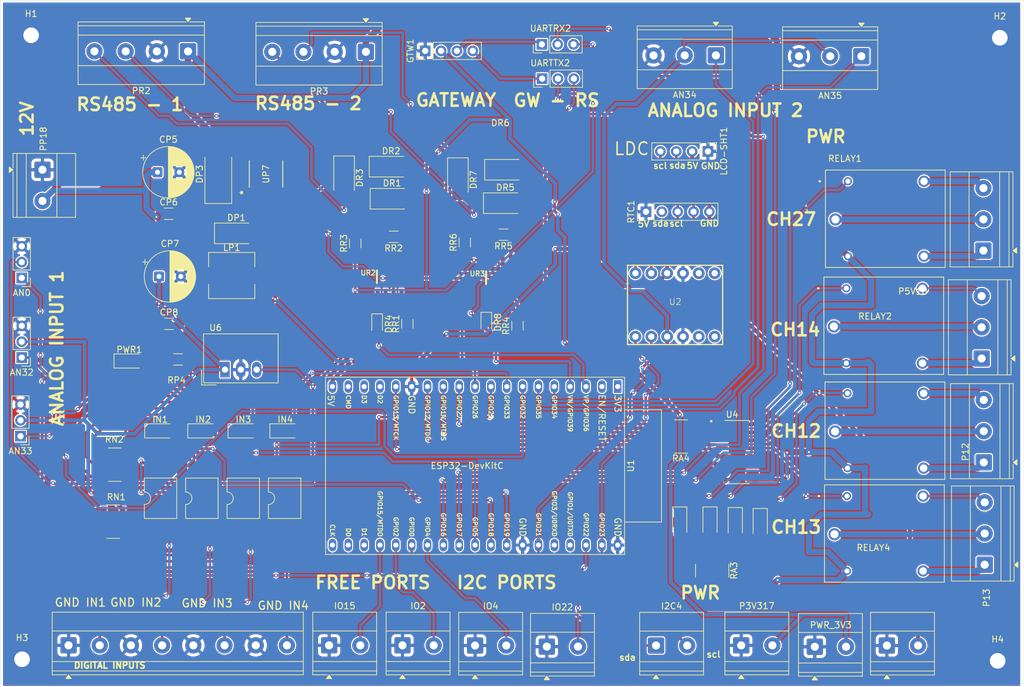
<source format=kicad_pcb>
(kicad_pcb (version 20241229) (generator "pcbnew") (generator_version "9.0")
  (layers (0 "F.Cu" signal) (2 "B.Cu" signal) (13 "F.Paste" user) (15 "B.Paste" user) (5 "F.SilkS" user "F.Silkscreen") (7 "B.SilkS" user "B.Silkscreen") (1 "F.Mask" user) (3 "B.Mask" user) (25 "Edge.Cuts" user))
  (net 0 "")
  (net 1 "GND")
  (net 2 "/rs485/B2-")
  (net 3 "IO3")
  (net 4 "IO1")
  (net 5 "/rs485/A2+")
  (net 6 "IO19")
  (net 7 "/rs485/B1-")
  (net 8 "IO18")
  (net 9 "IO5")
  (net 10 "/rs485/A1+")
  (net 11 "IO17")
  (net 12 "OUT2")
  (net 13 "OUT4")
  (net 14 "OUT1")
  (net 15 "/power/OUT")
  (net 16 "OUT3")
  (net 17 "NO1")
  (net 18 "NC1")
  (net 19 "COM1")
  (net 20 "IN1")
  (net 21 "IN4")
  (net 22 "IN2")
  (net 23 "IN3")
  (net 24 "COM2")
  (net 25 "NC2")
  (net 26 "COM3")
  (net 27 "NO3")
  (net 28 "NC3")
  (net 29 "NO4")
  (net 30 "COM4")
  (net 31 "NC4")
  (net 32 "NO2")
  (net 33 "INW1")
  (net 34 "INW2")
  (net 35 "INW3")
  (net 36 "Net-(PWR1-A)")
  (net 37 "3V3")
  (net 39 "IO13")
  (net 41 "IO22")
  (net 42 "IO12")
  (net 43 "IO14")
  (net 44 "5V")
  (net 45 "12V")
  (net 46 "IO23")
  (net 48 "IO27")
  (net 49 "IO36")
  (net 50 "IO21")
  (net 52 "IO26")
  (net 54 "IO16")
  (net 55 "IO4")
  (net 56 "IO0")
  (net 58 "IO35")
  (net 59 "IO34")
  (net 60 "IO25")
  (net 61 "IO2")
  (net 62 "IO39")
  (net 63 "IO15")
  (net 65 "IO33")
  (net 66 "IO32")
  (net 67 "INW4")
  (net 72 "Net-(CH1-A)")
  (net 73 "Net-(CH2-A)")
  (net 74 "Net-(CH3-A)")
  (net 75 "Net-(CH4-A)")
  (net 76 "Net-(DR4-K)")
  (net 77 "Net-(DR8-K)")
  (net 78 "Net-(IN1-A)")
  (net 79 "Net-(IN2-A)")
  (net 80 "Net-(IN3-A)")
  (net 81 "Net-(IN4-A)")
  (net 82 "Net-(RA4-R2.1)")
  (net 83 "Net-(RA4-R1.1)")
  (net 84 "Net-(RA4-R4.1)")
  (net 85 "Net-(RA4-R3.1)")
  (net 86 "Net-(UR2-DI)")
  (net 87 "Net-(UR3-DI)")
  (net 88 "/rs485/RO")
  (net 89 "/rs485/TX")
  (net 90 "/rs485/RX")
  (net 91 "/rs485/DI")
  (net 92 "/i2c/IO23H-SCL")
  (net 93 "/i2c/IO21H-SDA")
  (footprint "Resistor_SMD:R_Array_Convex_4x1206" (layer "F.Cu") (at 59 120.9275)
    (property "Reference" "RN1")
    (property "Value" "R_Pack04")
  )
  (footprint "Rele_ES32_board:RELAY_SRD-12VDC-SL-C" (layer "F.Cu") (at 182.7875 106.349375)
    (property "Reference" "RELAY3" (hide yes))
    (property "Value" "SRD-12VDC-SL-C" (hide yes))
  )
  (footprint "Resistor_SMD:R_1206_3216Metric_Pad1.30x1.75mm_HandSolder" (layer "F.Cu") (at 97.8 76.3275 90)
    (property "Reference" "RR3")
    (property "Value" "4.7k")
  )
  (footprint "LED_SMD:LED_1206_3216Metric_Pad1.42x1.75mm_HandSolder" (layer "F.Cu") (at 149.8 121.0275 -90)
    (property "Reference" "CH1" (hide yes))
    (property "Value" "LED" (hide yes))
  )
  (footprint "LED_SMD:LED_1206_3216Metric_Pad1.42x1.75mm_HandSolder" (layer "F.Cu") (at 79.87 106.3775)
    (property "Reference" "IN3")
    (property "Value" "LED")
  )
  (footprint "Connector_PinHeader_2.54mm:PinHeader_1x03_P2.54mm_Vertical" (layer "F.Cu") (at 44.35 94.6275 180)
    (property "Reference" "AN32")
    (property "Value" "Conn_01x03_Socket" (hide yes))
  )
  (footprint "Package_DIP:SMDIP-4_W9.53mm" (layer "F.Cu") (at 73.22 117.1775 90)
    (property "Reference" "OPT2" (hide yes))
    (property "Value" "PC817" (hide yes))
  )
  (footprint "Diode_SMD:D_SMA" (layer "F.Cu") (at 103.55 64.0275)
    (property "Reference" "DR2")
    (property "Value" "SMAJ6.5CA")
  )
  (footprint "bioreactor_various:Level_Shifter_Bidir" (layer "F.Cu") (at 149.08 86.19)
    (property "Reference" "U2")
    (property "Value" "~")
  )
  (footprint "Resistor_SMD:R_Array_Convex_4x1206" (layer "F.Cu") (at 59.25 111.7875)
    (property "Reference" "RN2")
    (property "Value" "R_Pack04" (hide yes))
  )
  (footprint "Package_DIP:SMDIP-4_W9.53mm" (layer "F.Cu") (at 86.48 117.1775 90)
    (property "Reference" "OPT4" (hide yes))
    (property "Value" "PC817" (hide yes))
  )
  (footprint "TerminalBlock_Phoenix:TerminalBlock_Phoenix_MKDS-1,5-8_1x08_P5.00mm_Horizontal" (layer "F.Cu") (at 51.85 140.75)
    (property "Reference" "J1" (hide yes))
    (property "Value" "Conn_01x08" (hide yes))
  )
  (footprint "Package_DIP:SMDIP-4_W9.53mm" (layer "F.Cu") (at 79.85 117.1775 90)
    (property "Reference" "OPT3" (hide yes))
    (property "Value" "PC817" (hide yes))
  )
  (footprint "TerminalBlock_Phoenix:TerminalBlock_Phoenix_MKDS-1,5-2_1x02_P5.00mm_Horizontal" (layer "F.Cu") (at 105.37 140.75)
    (property "Reference" "IO2")
    (property "Value" "Conn_01x02_Socket" (hide yes))
  )
  (footprint "TerminalBlock_Phoenix:TerminalBlock_Phoenix_MKDS-1,5-2_1x02_P5.00mm_Horizontal" (layer "F.Cu") (at 128.5 140.9475)
    (property "Reference" "IO22")
    (property "Value" "Conn_01x02_Socket" (hide yes))
  )
  (footprint "Package_DIP:SMDIP-4_W9.53mm" (layer "F.Cu") (at 66.59 117.1775 90)
    (property "Reference" "OPT1" (hide yes))
    (property "Value" "PC817" (hide yes))
  )
  (footprint "Converter_DCDC:Converter_DCDC_TRACO_TSR-1_THT" (layer "F.Cu") (at 76.9175 96.56)
    (property "Reference" "U6")
    (property "Value" "TSR_1-2433")
  )
  (footprint "LED_SMD:LED_1206_3216Metric_Pad1.42x1.75mm_HandSolder" (layer "F.Cu") (at 162.7 121.2775 -90)
    (property "Reference" "CH4" (hide yes))
    (property "Value" "LED")
  )
  (footprint "TerminalBlock_Phoenix:TerminalBlock_Phoenix_MKDS-1,5-2_1x02_P5.00mm_Horizontal" (layer "F.Cu") (at 117 140.775)
    (property "Reference" "IO4")
    (property "Value" "Conn_01x02_Socket" (hide yes))
  )
  (footprint "Diode_SMD:D_SMA" (layer "F.Cu") (at 103.7 69.1775)
    (property "Reference" "DR1")
    (property "Value" "SMAJ6.5CA")
  )
  (footprint "PCM_Espressif:ESP32-DevKitC" (layer "F.Cu") (at 139.86 99.275 -90)
    (property "Reference" "U1")
    (property "Value" "ESP32-DevKitC")
  )
  (footprint "LED_SMD:LED_1206_3216Metric_Pad1.42x1.75mm_HandSolder" (layer "F.Cu") (at 73.42 106.3775)
    (property "Reference" "IN2")
    (property "Value" "LED")
  )
  (footprint "LED_SMD:LED_1206_3216Metric_Pad1.42x1.75mm_HandSolder" (layer "F.Cu") (at 86.57 106.3775)
    (property "Reference" "IN4")
    (property "Value" "LED")
  )
  (footprint "TerminalBlock_Phoenix:TerminalBlock_Phoenix_MKDS-1,5-2_1x02_P5.00mm_Horizontal" (layer "F.Cu") (at 171.45 140.975)
    (property "Reference" "PWR_3V3")
    (property "Value" "Conn_01x02_Socket" (hide yes))
  )
  (footprint "MAX3485:SOP8" (layer "F.Cu") (at 103.3 81.6775)
    (property "Reference" "UR2")
    (property "Value" "MAX3485")
  )
  (footprint "Diode_SMD:D_SOD-323" (layer "F.Cu") (at 118.8 88.9775 -90)
    (property "Reference" "DR8")
    (property "Value" "1N5819WS")
  )
  (footprint "TerminalBlock_Phoenix:TerminalBlock_Phoenix_MKDS-1,5-3_1x03_P5.00mm_Horizontal" (layer "F.Cu") (at 178.91 46.34 180)
    (property "Reference" "AN35")
    (property "Value" "Conn_01x03_Socket" (hide yes))
  )
  (footprint "Diode_SMD:D_SMA" (layer "F.Cu") (at 121.85 69.8775)
    (property "Reference" "DR5")
    (property "Value" "SMAJ6.5CA")
  )
  (footprint "Resistor_SMD:R_1206_3216Metric_Pad1.30x1.75mm_HandSolder" (layer "F.Cu") (at 69.4 94.9275)
    (property "Reference" "RP4")
    (property "Value" "4.7k")
  )
  (footprint "MountingHole:MountingHole_2.5mm_Pad" (layer "F.Cu") (at 45.85 42.9775)
    (property "Reference" "H1")
    (property "Value" "MountingHole_Pad" (hide yes))
  )
  (footprint "Capacitor_THT:CP_Radial_D8.0mm_P3.50mm" (layer "F.Cu") (at 66.1 64.9275)
    (property "Reference" "CP5")
    (property "Value" "220uF")
  )
  (footprint "LED_SMD:LED_1206_3216Metric_Pad1.42x1.75mm_HandSolder" (layer "F.Cu") (at 66.52 106.3775)
    (property "Reference" "IN1")
    (property "Value" "LED")
  )
  (footprint "Connector_PinHeader_2.54mm:PinHeader_1x04_P2.54mm_Vertical" (layer "F.Cu") (at 109.01 45.4775 90)
    (property "Reference" "GTW1")
    (property "Value" "Conn_01x04")
  )
  (footprint "TerminalBlock_Phoenix:TerminalBlock_Phoenix_MKDS-1,5-3_1x03_P5.00mm_Horizontal" (layer "F.Cu") (at 198.185 94.7775 90)
    (property "Reference" "P14" (hide yes))
    (property "Value" "Conn_01x03_Socket" (hide yes))
  )
  (footprint "Connector_PinHeader_2.54mm:PinHeader_1x03_P2.54mm_Vertical" (layer "F.Cu") (at 44.15 107.2275 180)
    (property "Reference" "AN33")
    (property "Value" "Conn_01x03_Socket" (hide yes))
  )
  (footprint "TerminalBlock_Phoenix:TerminalBlock_Phoenix_MKDS-1,5-4_1x04_P5.00mm_Horizontal" (layer "F.Cu") (at 71 45.55 180)
    (property "Reference" "PR2")
    (property "Value" "Conn_01x04" (hide yes))
  )
  (footprint "Diode_SMD:D_SMA" (layer "F.Cu") (at 96 65.8275 -90)
    (property "Reference" "DR3")
    (property "Value" "SMAJ12CA")
  )
  (footprint "LED_SMD:LED_1206_3216Metric_Pad1.42x1.75mm_HandSolder" (layer "F.Cu") (at 154.65 121.0275 -90)
    (property "Reference" "CH2" (hide yes))
    (property "Value" "LED")
  )
  (footprint "MountingHole:MountingHole_2.5mm_Pad" (layer "F.Cu") (at 201.1 43.3775)
    (property "Reference" "H2")
    (property "Value" "MountingHole_Pad" (hide yes))
  )
  (footprint "Diode_SMD:D_SMA" (layer "F.Cu") (at 114.25 66.1275 -90)
    (property "Reference" "DR7")
    (property "Value" "SMAJ12CA")
  )
  (footprint "TerminalBlock_Phoenix:TerminalBlock_Phoenix_MKDS-1,5-3_1x03_P5.00mm_Horizontal" (layer "F.Cu") (at 155.6 46.205 180)
    (property "Reference" "AN34")
    (property "Value" "Conn_01x03_Socket" (hide yes))
  )
  (footprint "Connector_PinHeader_2.54mm:PinHeader_1x05_P2.54mm_Vertical" (layer "F.Cu") (at 144.39 71.26 90)
    (property "Reference" "RTC1")
    (property "Value" "Conn_01x04_Socket")
  )
  (footprint "MAX3485:SOP8" (layer "F.Cu") (at 120.8 81.8275)
    (property "Reference" "UR3")
    (property "Value" "MAX3485")
  )
  (footprint "LED_SMD:LED_1206_3216Metric_Pad1.42x1.75mm_HandSolder" (layer "F.Cu") (at 158.7 121.1275 -90)
    (property "Reference" "CH3" (hide yes))
    (property "Value" "LED")
  )
  (footprint "Resistor_SMD:R_1206_3216Metric_Pad1.30x1.75mm_HandSolder" (layer "F.Cu") (at 123.8 89.5275 90)
    (property "Reference" "RR4")
    (property "Value" "499")
  )
  (footprint "TerminalBlock_Phoenix:TerminalBlock_Phoenix_MKDS-1,5-3_1x03_P5.00mm_Horizontal" (layer "F.Cu") (at 198.5225 111.4275 90)
    (property "Reference" "P12")
    (property "Value" "Conn_01x03_Socket" (hide yes))
  )
  (footprint "Inductor_SMD:L_7.3x7.3_H4.5" (layer "F.Cu") (at 78 81.4775)
    (property "Reference" "LP1")
    (property "Value" "68uF")
  )
  (footprint "Rele_ES32_board:RELAY_SRD-12VDC-SL-C" (layer "F.Cu") (at 182.7 122.8275)
    (property "Reference" "RELAY4")
    (property "Value" "SRD-12VDC-SL-C" (hide yes))
  )
  (footprint "Connector_PinHeader_2.54mm:PinHeader_1x03_P2.54mm_Vertical" (layer "F.Cu") (at 127.75 49.9275 90)
    (property "Reference" "UARTTX2")
    (property "Value" "Conn_01x03_Socket")
  )
  (footprint "MountingHole:MountingHole_2.5mm_Pad" (layer "F.Cu") (at 44.4 142.9775)
    (property "Reference" "H3")
    (property "Value" "MountingHole_Pad" (hide yes))
  )
  (footprint "Diode_SMD:D_SMA" (layer "F.Cu") (at 78.75 74.7275)
    (property "Reference" "DP1")
    (property "Value" "SS34")
  )
  (footprint "TerminalBlock_Phoenix:TerminalBlock_Phoenix_MKDS-1,5-3_1x03_P5.00mm_Horizontal" (layer "F.Cu") (at 198.6725 127.8275 90)
    (property "Reference" "P13")
    (property "Value" "Conn_01x03_Socket" (hide yes))
  )
  (footprint "MountingHole:MountingHole_2.5mm_Pad" (layer "F.Cu") (at 200.75 143.2275)
    (property "Reference" "H4")
    (property "Value" "MountingHole_Pad" (hide yes))
  )
  (footprint "Resistor_SMD:R_1206_3216Metric_Pad1.30x1.75mm_HandSolder" (layer "F.Cu") (at 115.35 76.1775 90)
    (property "Reference" "RR6")
    (property "Value" "4.7k")
  )
  (footprint "Capacitor_THT:CP_Radial_D8.0mm_P3.50mm" (layer "F.Cu") (at 66.347349 81.6275)
    (property "Reference" "CP7")
    (property "Value" "220uF")
  )
  (footprint "TerminalBlock_Phoenix:TerminalBlock_Phoenix_MKDS-1,5-2_1x02_P5.00mm_Horizontal" (layer "F.Cu") (at 183 140.775)
    (property "Reference" "P5V18")
    (property "Value" "Conn_01x02_Socket" (hide yes))
  )
  (footprint "TerminalBlock_Phoenix:TerminalBlock_Phoenix_MKDS-1,5-3_1x03_P5.00mm_Horizontal" (layer "F.Cu") (at 198.4725 77.4775 90)
    (property "Reference" "P27" (hide yes))
    (property "Value" "Conn_01x03_Socket" (hide yes))
  )
  (footprint "Resistor_SMD:R_1206_3216Metric_Pad1.30x1.75mm_HandSolder" (layer "F.Cu") (at 103.95 75.2775 180)
    (property "Reference" "RR2")
    (property "Value" "4.7k")
  )
  (footprint "Capacitor_SMD:C_1206_3216Metric" (layer "F.Cu") (at 67.9 71.5775)
    (property "Reference" "CP6")
    (property "Value" "0.1uF")
  )
  (footprint "ULN2003AID:SOIC127P600X175-16N" (layer "F.Cu") (at 159 109.775)
    (property "Reference" "U4")
    (property "Value" "ULN2003AID")
  )
  (footprint "Diode_SMD:D_SOD-323" (layer "F.Cu") (at 101.3 89.2275 -90)
    (property "Reference" "DR4")
    (property "Value" "1N5819WS")
  )
  (footprint "TerminalBlock_Phoenix:TerminalBlock_Phoenix_MKDS-1,5-2_1x02_P5.00mm_Horizontal" (layer "F.Cu") (at 146 140.775)
    (property "Reference" "I2C4")
    (property "Value" "Conn_01x02_Socket" (hide yes))
  )
  (footprint "TerminalBlock_Phoenix:TerminalBlock_Phoenix_MKDS-1,5-4_1x04_P5.00mm_Horizontal" (layer "F.Cu") (at 99.5 45.6275 180)
    (property "Reference" "PR3")
    (property "Value" "Conn_01x04" (hide yes))
  )
  (footprint "TerminalBlock_Phoenix:TerminalBlock_Phoenix_MKDS-1,5-2_1x02_P5.00mm_Horizontal" (layer "F.Cu") (at 159.65 140.7525)
    (property "Reference" "P3V317")
    (property "Value" "Conn_01x02_Socket" (hide yes))
  )
  (footprint "TerminalBlock_Phoenix:TerminalBlock_Phoenix_MKDS-1,5-2_1x02_P5.00mm_Horizontal" (layer "F.Cu") (at 47.6708 64.5298 -90)
    (property "Reference" "PP18")
    (property "Value" "Conn_01x02_Socket" (hide yes))
  )
  (footprint "LED_SMD:LED_1206_3216Metric_Pad1.42x1.75mm_HandSolder" (layer "F.Cu") (at 61.5875 95.1775)
    (property "Reference" "PWR1")
    (property "Value" "LED")
  )
  (footprint "Resistor_SMD:R_Array_Convex_4x1206" (layer "F.Cu") (at 155 128.775 -90)
    (property "Reference" "RA3")
    (property "Value" "10K")
  )
  (footprint "Connector_PinHeader_2.54mm:PinHeader_1x04_P2.54mm_Vertical" (layer "F.Cu") (at 154.32 61.59 -90)
    (property "Reference" "LCD-SHT1")
    (property "Value" "Conn_01x04_Socket")
  )
  (footprint "Rele_ES32_board:RELAY_SRD-12VDC-SL-C" (layer "F.Cu") (at 182.6 89.5275)
    (property "Reference" "RELAY2")
    (property "Value" "SRD-12VDC-SL-C" (hide yes))
  )
  (footprint "Connector_PinHeader_2.54mm:PinHeader_1x03_P2.54mm_Vertical" (layer "F.Cu") (at 44.35 81.8675 180)
    (property "Reference" "AN0")
    (property "Value" "Conn_01x03_Socket" (hide yes))
  )
  (footprint "Capacitor_SMD:C_1206_3216Metric" (layer "F.Cu") (at 67.95 89.2275)
    (property "Reference" "CP8")
    (property "Value" "0.1uF")
  )
  (footprint "Resistor_SMD:R_1206_3216Metric_Pad1.30x1.75mm_HandSolder" (layer "F.Cu") (at 121.55 74.9275 180)
    (property "Reference" "RR5")
    (property "Value" "4.7k")
  )
  (footprint "Diode_SMD:D_SMB_Handsoldering" (layer "F.Cu") (at 75.85 65.2275 90)
    (property "Reference" "DP3")
    (property "Value" "1N4007")
  )
  (footprint "Rele_ES32_board:RELAY_SRD-12VDC-SL-C" (layer "F.Cu") (at 182.85 72.3775)
    (property "Reference" "RELAY1")
    (property "Value" "SRD-12VDC-SL-C")
  )
  (footprint "TerminalBlock_Phoenix:TerminalBlock_Phoenix_MKDS-1,5-2_1x02_P5.00mm_Horizontal" (layer "F.Cu") (at 93.61 140.75)
    (property "Reference" "IO15")
    (property "Value" "Conn_01x02_Socket" (hide yes))
  )
  (footprint "ul_XL1509-ADJ:SOIC-8_YTS" (layer "F.Cu") (at 83.5 65.2275 90)
    (property "Reference" "UP7")
    (property "Value" "XL1509-ADJ")
  )
  (footprint "Connector_PinHeader_2.54mm:PinHeader_1x03_P2.54mm_Vertical" (layer "F.Cu") (at 127.7 44.4275 90)
    (property "Reference" "UARTRX2")
    (property "Value" "Conn_01x03_Socket" (hide yes))
  )
  (footprint "Diode_SMD:D_SMA" (layer "F.Cu") (at 122.05 64.5275)
    (property "Reference" "DR6")
    (property "Value" "SMAJ6.5CA")
  )
  (footprint "Resistor_SMD:R_1206_3216Metric_Pad1.30x1.75mm_HandSolder" (layer "F.Cu") (at 106.15 89.2275 90)
    (property "Reference" "RR1")
    (property "Value" "499")
  )
  (footprint "Resistor_SMD:R_Array_Convex_4x1206" (layer "F.Cu") (at 150 107.275 180)
    (property "Reference" "RA4")
    (property "Value" "470R")
  )
  (gr_rect (start 40.889 37.348) (end 204.973 147.457) (stroke (width 0.05)) (fill no) (layer "Edge.Cuts"))
  (gr_text "RS485 - 2\n" (at 81.5 55.0775 0) (layer "F.SilkS") (effects (font (size 2 2) (thickness 0.4) (bold yes)) (justify left bottom)))
  (gr_text "RS485 - 1\n" (at 52.9 55.2275 0) (layer "F.SilkS") (effects (font (size 2 2) (thickness 0.4) (bold yes)) (justify left bottom)))
  (gr_text "scl" (at 148.03 73.72 0) (layer "F.SilkS") (effects (font (size 1 1) (thickness 0.2) (bold yes)) (justify left bottom)))
  (gr_text "CH14\n" (at 164.1 91.3275 0) (layer "F.SilkS") (effects (font (size 2 2) (thickness 0.4) (bold yes)) (justify left bottom)))
  (gr_text "GATEWAY" (at 107.3 54.5275 0) (layer "F.SilkS") (effects (font (size 2 2) (thickness 0.4) (bold yes)) (justify left bottom)))
  (gr_text "GND IN1" (at 49.525 134.63 0) (layer "F.SilkS") (effects (font (size 1.3 1.3) (thickness 0.2)) (justify left bottom)))
  (gr_text "PWR" (at 149.7 133.5 0) (layer "F.SilkS") (effects (font (size 2 2) (thickness 0.4) (bold yes)) (justify left bottom)))
  (gr_text "GND IN4" (at 82.037 135.138 0) (layer "F.SilkS") (effects (font (size 1.3 1.3) (thickness 0.2)) (justify left bottom)))
  (gr_text "CH13" (at 164.25 122.97 0) (layer "F.SilkS") (effects (font (size 2 2) (thickness 0.4) (bold yes)) (justify left bottom)))
  (gr_text "sda" (at 148 64.42 0) (layer "F.SilkS") (effects (font (size 1 1) (thickness 0.2) (bold yes)) (justify left bottom)))
  (gr_text "5V" (at 150.8 64.47 0) (layer "F.SilkS") (effects (font (size 1 1) (thickness 0.2) (bold yes)) (justify left bottom)))
  (gr_text "FREE PORTS\n" (at 91.15 131.85 0) (layer "F.SilkS") (effects (font (size 2 2) (thickness 0.4) (bold yes)) (justify left bottom)))
  (gr_text "GND IN3" (at 69.845 134.757 0) (layer "F.SilkS") (effects (font (size 1.3 1.3) (thickness 0.2)) (justify left bottom)))
  (gr_text "GND IN2" (at 58.415 134.63 0) (layer "F.SilkS") (effects (font (size 1.3 1.3) (thickness 0.2)) (justify left bottom)))
  (gr_text "GND" (at 153.08 64.5 0) (layer "F.SilkS") (effects (font (size 1 1) (thickness 0.2) (bold yes)) (justify left bottom)))
  (gr_text "CH27" (at 163.45 73.6275 0) (layer "F.SilkS") (effects (font (size 2 2) (thickness 0.4) (bold yes)) (justify left bottom)))
  (gr_text "scl" (at 145.46 64.47 0) (layer "F.SilkS") (effects (font (size 1 1) (thickness 0.2) (bold yes)) (justify left bottom)))
  (gr_text "I2C PORTS" (at 113.85 131.85 0) (layer "F.SilkS") (effects (font (size 2 2) (thickness 0.4) (bold yes)) (justify left bottom)))
  (gr_text "scl" (at 154 142.775 0) (layer "F.SilkS") (effects (font (size 1 1) (thickness 0.2) (bold yes)) (justify left bottom)))
  (gr_text "ANALOG INPUT 1" (at 51.14 105.8275 90) (layer "F.SilkS") (effects (font (size 2 2) (thickness 0.4) (bold yes)) (justify left bottom)))
  (gr_text "GW - RS" (at 122.94 54.5775 0) (layer "F.SilkS") (effects (font (size 2 2) (thickness 0.4) (bold yes)) (justify left bottom)))
  (gr_text "GND" (at 152.91 73.7 0) (layer "F.SilkS") (effects (font (size 1 1) (thickness 0.2) (bold yes)) (justify left bottom)))
  (gr_text "5V" (at 142.97 73.8 0) (layer "F.SilkS") (effects (font (size 1 1) (thickness 0.2) (bold yes)) (justify left bottom)))
  (gr_text "12V\n" (at 46.35 59.375 90) (layer "F.SilkS") (effects (font (size 2 2) (thickness 0.4) (bold yes)) (justify left bottom)))
  (gr_text "sda" (at 140 143.275 0) (layer "F.SilkS") (effects (font (size 1 1) (thickness 0.2) (bold yes)) (justify left bottom)))
  (gr_text "PWR" (at 169.8 60.3775 0) (layer "F.SilkS") (effects (font (size 2 2) (thickness 0.4) (bold yes)) (justify left bottom)))
  (gr_text "LDC" (at 139.12 62.33 0) (layer "F.SilkS") (effects (font (size 2 2) (thickness 0.25)) (justify left bottom)))
  (gr_text "CH12" (at 164.25 107.5775 0) (layer "F.SilkS") (effects (font (size 2 2) (thickness 0.4) (bold yes)) (justify left bottom)))
  (gr_text "DIGITAL INPUTS\n" (at 52.573 144.536 0) (layer "F.SilkS") (effects (font (size 1 1) (thickness 0.25) (bold yes)) (justify left bottom)))
  (gr_text "ANALOG INPUT 2" (at 144.45 56.1775 0) (layer "F.SilkS") (effects (font (size 2 2) (thickness 0.4) (bold yes)) (justify left bottom)))
  (gr_text "sda" (at 145.28 73.7 0) (layer "F.SilkS") (effects (font (size 1 1) (thickness 0.2) (bold yes)) (justify left bottom)))
  (segment (start 119.85 69.8775) (end 116.835 69.8775) (width 0.4) (layer "F.Cu") (net 2))
  (segment (start 94.1275 55.255) (end 84.5 45.6275) (width 0.4) (layer "F.Cu") (net 2))
  (segment (start 116 69.8775) (end 114.25 68.1275) (width 0.4) (layer "F.Cu") (net 2))
  (segment (start 120 70.0275) (end 119.85 69.8775) (width 0.4) (layer "F.Cu") (net 2))
  (segment (start 116.835 69.8775) (end 116 69.8775) (width 0.4) (layer "F.Cu") (net 2))
  (segment (start 116.835 69.8775) (end 116.835 71.765) (width 0.4) (layer "F.Cu") (net 2))
  (segment (start 120 76.835) (end 120.165 77) (width 0.4) (layer "F.Cu") (net 2))
  (segment (start 120 74.9275) (end 120 70.0275) (width 0.4) (layer "F.Cu") (net 2))
  (segment (start 103.5 55.255) (end 94.1275 55.255) (width 0.4) (layer "F.Cu") (net 2))
  (segment (start 120.165 77) (end 120.165 79.0275) (width 0.4) (layer "F.Cu") (net 2))
  (segment (start 120 74.9275) (end 120 76.835) (width 0.4) (layer "F.Cu") (net 2))
  (via (at 103.5 55.255) (size 0.6) (drill 0.3) (layers "F.Cu" "B.Cu") (net 2))
  (via (at 116.835 71.765) (size 0.6) (drill 0.3) (layers "F.Cu" "B.Cu") (net 2))
  (segment (start 116.835 71.765) (end 103.5 58.43) (width 0.4) (layer "B.Cu") (net 2))
  (segment (start 103.5 58.43) (end 103.5 55.255) (width 0.4) (layer "B.Cu") (net 2))
  (segment (start 113.025 81.124) (end 113.025 74.94) (width 0.4) (layer "F.Cu") (net 5))
  (segment (start 121.435 80.803) (end 121.114 81.124) (width 0.4) (layer "F.Cu") (net 5))
  (segment (start 106.675 55.255) (end 114.25 62.83) (width 0.4) (layer "F.Cu") (net 5))
  (segment (start 115.2525 74.6275) (end 114.295 73.67) (width 0.4) (layer "F.Cu") (net 5))
  (segment (start 114.25 62.83) (end 114.25 64.1275) (width 0.4) (layer "F.Cu") (net 5))
  (segment (start 112.39 71.765) (end 112.39 65.9875) (width 0.4) (layer "F.Cu") (net 5))
  (segment (start 114.65 64.5275) (end 114.25 64.1275) (width 0.4) (layer "F.Cu") (net 5))
  (segment (start 120.05 64.5275) (end 114.65 64.5275) (width 0.4) (layer "F.Cu") (net 5))
  (segment (start 113.025 74.94) (end 114.295 73.67) (width 0.4) (layer "F.Cu") (net 5))
  (segment (start 114.295 73.67) (end 112.39 71.765) (width 0.4) (layer "F.Cu") (net 5))
  (segment (start 121.114 81.124) (end 113.025 81.124) (width 0.4) (layer "F.Cu") (net 5))
  (segment (start 121.435 79.0275) (end 121.435 80.803) (width 0.4) (layer "F.Cu") (net 5))
  (segment (start 106.675 53.985) (end 106.675 55.255) (width 0.4) (layer "F.Cu") (net 5))
  (segment (start 112.39 65.9875) (end 114.25 64.1275) (width 0.4) (layer "F.Cu") (net 5))
  (segment (start 115.35 74.6275) (end 115.2525 74.6275) (width 0.4) (layer "F.Cu") (net 5))
  (via (at 106.675 53.985) (size 0.6) (drill 0.3) (layers "F.Cu" "B.Cu") (net 5))
  (segment (start 90.8 42.555) (end 105.405 42.555) (width 0.4) (layer "B.Cu") (net 5))
  (segment (start 90.8 44.3275) (end 90.8 42.555) (width 0.4) (layer "B.Cu") (net 5))
  (segment (start 105.405 42.555) (end 105.405 52.715) (width 0.4) (layer "B.Cu") (net 5))
  (segment (start 105.405 52.715) (end 106.675 53.985) (width 0.4) (layer "B.Cu") (net 5))
  (segment (start 89.5 45.6275) (end 90.8 44.3275) (width 0.4) (layer "B.Cu") (net 5))
  (segment (start 63.495 116.215) (end 121.915 116.215) (width 0.4) (layer "F.Cu") (net 6))
  (segment (start 64.7725 112.4125) (end 63.495 111.135) (width 0.4) (layer "F.Cu") (net 6))
  (segment (start 65.32 106.665) (end 65.0325 106.3775) (width 0.4) (layer "F.Cu") (net 6))
  (segment (start 65.32 112.4125) (end 64.7725 112.4125) (width 0.4) (layer "F.Cu") (net 6))
  (segment (start 65.32 112.4125) (end 65.32 106.665) (width 0.4) (layer "F.Cu") (net 6))
  (via (at 63.495 111.135) (size 0.6) (drill 0.3) (layers "F.Cu" "B.Cu") (net 6))
  (via (at 121.915 116.215) (size 0.6) (drill 0.3) (layers "F.Cu" "B.Cu") (net 6))
  (via (at 63.495 116.215) (size 0.6) (drill 0.3) (layers "F.Cu" "B.Cu") (net 6))
  (segment (start 121.915 116.85) (end 122.08 117.015) (width 0.4) (layer "B.Cu") (net 6))
  (segment (start 63.495 111.135) (end 63.495 116.215) (width 0.4) (layer "B.Cu") (net 6))
  (segment (start 122.08 117.015) (end 122.08 124.675) (width 0.4) (layer "B.Cu") (net 6))
  (segment (start 121.915 116.215) (end 121.915 116.85) (width 0.4) (layer "B.Cu") (net 6))
  (segment (start 100.6025 69.1775) (end 99.2525 67.8275) (width 0.4) (layer "F.Cu") (net 7))
  (segment (start 96 67.8275) (end 96 71.01) (width 0.4) (layer "F.Cu") (net 7))
  (segment (start 99.2525 67.8275) (end 96 67.8275) (width 0.4) (layer "F.Cu") (net 7))
  (segment (start 102.665 78.8775) (end 102.665 75.5425) (width 0.4) (layer "F.Cu") (net 7))
  (segment (start 102.4 75.2775) (end 102.4 69.8775) (width 0.4) (layer "F.Cu") (net 7))
  (segment (start 102.4 69.8775) (end 101.7 69.1775) (width 0.4) (layer "F.Cu") (net 7))
  (segment (start 101.7 69.1775) (end 100.6025 69.1775) (width 0.4) (layer "F.Cu") (net 7))
  (segment (start 102.665 75.5425) (end 102.4 75.2775) (width 0.4) (layer "F.Cu") (net 7))
  (via (at 96 71.01) (size 0.6) (drill 0.3) (layers "F.Cu" "B.Cu") (net 7))
  (segment (start 86.99 57.16) (end 69.21 57.16) (width 0.4) (layer "B.Cu") (net 7))
  (segment (start 90.8 66.05) (end 90.8 60.97) (width 0.4) (layer "B.Cu") (net 7))
  (segment (start 95.76 71.01) (end 90.8 66.05) (width 0.4) (layer "B.Cu") (net 7))
  (segment (start 66.34 55.89) (end 56 45.55) (width 0.4) (layer "B.Cu") (net 7))
  (segment (start 96 71.01) (end 95.76 71.01) (width 0.4) (layer "B.Cu") (net 7))
  (segment (start 90.8 60.97) (end 86.99 57.16) (width 0.4) (layer "B.Cu") (net 7))
  (segment (start 67.94 55.89) (end 66.34 55.89) (width 0.4) (layer "B.Cu") (net 7))
  (segment (start 69.21 57.16) (end 67.94 55.89) (width 0.4) (layer "B.Cu") (net 7))
  (segment (start 107.945 117.485) (end 119.375 117.485) (width 0.4) (layer "F.Cu") (net 8))
  (segment (start 71.9325 106.3775) (end 71.9325 109.23) (width 0.4) (layer "F.Cu") (net 8))
  (segment (start 71.9325 112.395) (end 71.95 112.4125) (width 0.4) (layer "F.Cu") (net 8))
  (segment (start 71.9325 109.23) (end 74.925 109.23) (width 0.4) (layer "F.Cu") (net 8))
  (segment (start 71.9325 109.23) (end 71.9325 112.395) (width 0.4) (layer "F.Cu") (net 8))
  (via (at 119.375 117.485) (size 0.6) (drill 0.3) (layers "F.Cu" "B.Cu") (net 8))
  (via (at 74.925 109.23) (size 0.6) (drill 0.3) (layers "F.Cu" "B.Cu") (net 8))
  (via (at 107.945 117.485) (size 0.6) (drill 0.3) (layers "F.Cu" "B.Cu") (net 8))
  (segment (start 119.54 117.65) (end 119.54 124.675) (width 0.4) (layer "B.Cu") (net 8))
  (segment (start 105.405 114.945) (end 107.945 117.485) (width 0.4) (layer "B.Cu") (net 8))
  (segment (start 76.83 114.945) (end 105.405 114.945) (width 0.4) (layer "B.Cu") (net 8))
  (segment (start 74.925 109.23) (end 76.83 111.135) (width 0.4) (layer "B.Cu") (net 8))
  (segment (start 76.83 111.135) (end 76.83 114.945) (width 0.4) (layer "B.Cu") (net 8))
  (segment (start 119.375 117.485) (end 119.54 117.65) (width 0.4) (layer "B.Cu") (net 8))
  (segment (start 78.58 109.865) (end 81.91 109.865) (width 0.4) (layer "F.Cu") (net 9))
  (segment (start 78.58 106.575) (end 78.3825 106.3775) (width 0.4) (layer "F.Cu") (net 9))
  (segment (start 78.58 109.865) (end 78.58 106.575) (width 0.4) (layer "F.Cu") (net 9))
  (segment (start 78.58 112.4125) (end 78.58 109.865) (width 0.4) (layer "F.Cu") (net 9))
  (via (at 81.91 109.865) (size 0.6) (drill 0.3) (layers "F.Cu" "B.Cu") (net 9))
  (segment (start 103.803215 111.301) (end 117 111.301) (width 0.4) (layer "B.Cu") (net 9))
  (segment (start 81.91 109.865) (end 102.367214 109.865) (width 0.4) (layer "B.Cu") (net 9))
  (segment (start 102.367214 109.865) (end 103.803215 111.301) (width 0.4) (layer "B.Cu") (net 9))
  (segment (start 117 111.301) (end 117 124.675) (width 0.4) (layer "B.Cu") (net 9))
  (segment (start 88.0625 55.89) (end 96 63.8275) (width 0.4) (layer "F.Cu") (net 10))
  (segment (start 90.8 69.0275) (end 96 63.8275) (width 0.4) (layer "F.Cu") (net 10))
  (segment (start 97.8 74.7775) (end 93.5025 74.7775) (width 0.4) (layer "F.Cu") (net 10))
  (segment (start 104.135 80.655) (end 102.865 81.925) (width 0.4) (layer "F.Cu") (net 10))
  (segment (start 75.56 55.89) (end 88.0625 55.89) (width 0.4) (layer "F.Cu") (net 10))
  (segment (start 103.935 78.8775) (end 103.935 80.455) (width 0.4) (layer "F.Cu") (net 10))
  (segment (start 93.5025 74.7775) (end 90.8 72.075) (width 0.4) (layer "F.Cu") (net 10))
  (segment (start 90.8 72.075) (end 90.8 69.0275) (width 0.4) (layer "F.Cu") (net 10))
  (segment (start 96.2 64.0275) (end 96 63.8275) (width 0.4) (layer "F.Cu") (net 10))
  (segment (start 103.935 80.455) (end 104.135 80.655) (width 0.4) (layer "F.Cu") (net 10))
  (segment (start 102.865 81.925) (end 102.23 81.925) (width 0.4) (layer "F.Cu") (net 10))
  (segment (start 101.55 64.0275) (end 96.2 64.0275) (width 0.4) (layer "F.Cu") (net 10))
  (via (at 75.56 55.89) (size 0.6) (drill 0.3) (layers "F.Cu" "B.Cu") (net 10))
  (via (at 102.23 81.925) (size 0.6) (drill 0.3) (layers "F.Cu" "B.Cu") (net 10))
  (via (at 93.5025 74.7775) (size 0.6) (drill 0.3) (layers "F.Cu" "B.Cu") (net 10))
  (segment (start 93.5025 77.6425) (end 93.5025 74.7775) (width 0.4) (layer "B.Cu") (net 10))
  (segment (start 95.88 80.02) (end 93.5025 77.6425) (width 0.4) (layer "B.Cu") (net 10))
  (segment (start 99.055 80.02) (end 95.88 80.02) (width 0.4) (layer "B.Cu") (net 10))
  (segment (start 71.34 55.89) (end 75.56 55.89) (width 0.4) (layer "B.Cu") (net 10))
  (segment (start 102.23 81.925) (end 100.96 81.925) (width 0.4) (layer "B.Cu") (net 10))
  (segment (start 61 45.55) (end 71.34 55.89) (width 0.4) (layer "B.Cu") (net 10))
  (segment (start 100.96 81.925) (end 99.055 80.02) (width 0.4) (layer "B.Cu") (net 10))
  (segment (start 131.191 52.329) (end 133.203207 52.329) (width 0.4) (layer "F.Cu") (net 11))
  (segment (start 133.731 52.856793) (end 133.731 54.681) (width 0.4) (layer "F.Cu") (net 11))
  (segment (start 161.445 59.225) (end 163.19 59.225) (width 0.4) (layer "F.Cu") (net 11))
  (segment (start 130.29 53.23) (end 131.191 52.329) (width 0.4) (layer "F.Cu") (net 11))
  (segment (start 157.84 55.62) (end 161.445 59.225) (width 0.4) (layer "F.Cu") (net 11))
  (segment (start 133.203207 52.329) (end 133.731 52.856793) (width 0.4) (layer "F.Cu") (net 11))
  (segment (start 114.295 113.04) (end 150.49 113.04) (width 0.4) (layer "F.Cu") (net 11))
  (segment (start 133.731 54.681) (end 134.67 55.62) (width 0.4) (layer "F.Cu") (net 11))
  (segment (start 134.67 55.62) (end 157.84 55.62) (width 0.4) (layer "F.Cu") (net 11))
  (via (at 130.29 53.23) (size 0.6) (drill 0.3) (layers "F.Cu" "B.Cu") (net 11))
  (via (at 163.19 59.225) (size 0.6) (drill 0.3) (layers "F.Cu" "B.Cu") (net 11))
  (via (at 114.295 113.04) (size 0.6) (drill 0.3) (layers "F.Cu" "B.Cu") (net 11))
  (via (at 150.49 113.04) (size 0.6) (drill 0.3) (layers "F.Cu" "B.Cu") (net 11))
  (segment (start 114.46 124.675) (end 114.46 113.205) (width 0.4) (layer "B.Cu") (net 11))
  (segment (start 159.38 108.595) (end 154.935 108.595) (width 0.4) (layer "B.Cu") (net 11))
  (segment (start 130.29 49.9275) (end 130.29 53.23) (width 0.4) (layer "B.Cu") (net 11))
  (segment (start 114.46 113.205) (end 114.295 113.04) (width 0.4) (layer "B.Cu") (net 11))
  (segment (start 159.38 100.34) (end 159.38 108.595) (width 0.4) (layer "B.Cu") (net 11))
  (segment (start 163.19 59.225) (end 163.19 96.53) (width 0.4) (layer "B.Cu") (net 11))
  (segment (start 154.935 108.595) (end 150.49 113.04) (width 0.4) (layer "B.Cu") (net 11))
  (segment (start 163.19 96.53) (end 159.38 100.34) (width 0.4) (layer "B.Cu") (net 11))
  (segment (start 154.65 119.54) (end 157.415 116.775) (width 0.4) (layer "F.Cu") (net 12))
  (segment (start 157.415 116.775) (end 158 116.775) (width 0.4) (layer "F.Cu") (net 12))
  (segment (start 169 100.275) (end 162.675 106.6) (width 0.4) (layer "F.Cu") (net 12))
  (segment (start 162.675 106.6) (end 161.475 106.6) (width 0.4) (layer "F.Cu") (net 12))
  (via (at 169 100.275) (size 0.6) (drill 0.3) (layers "F.Cu" "B.Cu") (net 12))
  (via (at 158 116.775) (size 0.6) (drill 0.3) (layers "F.Cu" "B.Cu") (net 12))
  (segment (start 171.7475 83.5275) (end 171.5 83.775) (width 0.4) (layer "B.Cu") (net 12))
  (segment (start 165.5 103.775) (end 169 100.275) (width 0.4) (layer "B.Cu") (net 12))
  (segment (start 169 86.275) (end 169 98.775) (width 0.4) (layer "B.Cu") (net 12))
  (segment (start 165.5 114.775) (end 165.5 103.775) (width 0.4) (layer "B.Cu") (net 12))
  (segment (start 169 98.775) (end 169 100.275) (width 0.4) (layer "B.Cu") (net 12))
  (segment (start 176.5 83.5275) (end 171.7475 83.5275) (width 0.4) (layer "B.Cu") (net 12))
  (segment (start 171.5 83.775) (end 169 86.275) (width 0.4) (layer "B.Cu") (net 12))
  (segment (start 158 116.775) (end 160 114.775) (width 0.4) (layer "B.Cu") (net 12))
  (segment (start 160 114.775) (end 165.5 114.775) (width 0.4) (layer "B.Cu") (net 12))
  (segment (start 166.985 119.79) (end 170 116.775) (width 0.4) (layer "F.Cu") (net 13))
  (segment (start 162.7 119.79) (end 166.985 119.79) (width 0.4) (layer "F.Cu") (net 13))
  (segment (start 161.475 109.14) (end 164.865 109.14) (width 0.4) (layer "F.Cu") (net 13))
  (segment (start 170 114.275) (end 170 116.775) (width 0.4) (layer "F.Cu") (net 13))
  (segment (start 164.865 109.14) (end 170 114.275) (width 0.4) (layer "F.Cu") (net 13))
  (via (at 170.0525 116.8275) (size 0.6) (drill 0.3) (layers "F.Cu" "B.Cu") (net 13))
  (segment (start 170.0525 116.8275) (end 170 116.775) (width 0.4) (layer "B.Cu") (net 13))
  (segment (start 176.6 116.8275) (end 170.0525 116.8275) (width 0.4) (layer "B.Cu") (net 13))
  (segment (start 151.5 117.84) (end 151.5 117.775) (width 0.4) (layer "F.Cu") (net 14))
  (segment (start 161.475 105.33) (end 167.5 99.305) (width 0.4) (layer "F.Cu") (net 14))
  (segment (start 167.5 98.775) (end 167.5 99.305) (width 0.4) (layer "F.Cu") (net 14))
  (segment (start 151.5 117.775) (end 152.5 116.775) (width 0.4) (layer "F.Cu") (net 14))
  (segment (start 152.5 116.775) (end 154.5 116.775) (width 0.4) (layer "F.Cu") (net 14))
  (segment (start 149.8 119.54) (end 151.5 117.84) (width 0.4) (layer "F.Cu") (net 14))
  (via (at 154.5 116.775) (size 0.6) (drill 0.3) (layers "F.Cu" "B.Cu") (net 14))
  (via (at 167.5 98.775) (size 0.6) (drill 0.3) (layers "F.Cu" "B.Cu") (net 14))
  (segment (start 155 116.775) (end 159 112.775) (width 0.4) (layer "B.Cu") (net 14))
  (segment (start 167.5 99.275) (end 167.5 98.775) (width 0.4) (layer "B.Cu") (net 14))
  (segment (start 173 67.775) (end 175.3525 67.775) (width 0.4) (layer "B.Cu") (net 14))
  (segment (start 167.5 73.275) (end 173 67.775) (width 0.4) (layer "B.Cu") (net 14))
  (segment (start 164 112.775) (end 164 102.775) (width 0.4) (layer "B.Cu") (net 14))
  (segment (start 164 102.775) (end 167.5 99.275) (width 0.4) (layer "B.Cu") (net 14))
  (segment (start 167.5 98.775) (end 167.5 73.275) (width 0.4) (layer "B.Cu") (net 14))
  (segment (start 154.5 116.775) (end 155 116.775) (width 0.4) (layer "B.Cu") (net 14))
  (segment (start 175.3525 67.775) (end 176.75 66.3775) (width 0.4) (layer "B.Cu") (net 14))
  (segment (start 159 112.775) (end 164 112.775) (width 0.4) (layer "B.Cu") (net 14))
  (segment (start 76.75 74.7275) (end 82.865 68.6125) (width 0.4) (layer "F.Cu") (net 15))
  (segment (start 76.75 77.0275) (end 81.2 81.4775) (width 0.4) (layer "F.Cu") (net 15))
  (segment (start 76.75 74.7275) (end 76.75 77.0275) (width 0.4) (layer "F.Cu") (net 15))
  (segment (start 82.865 68.6125) (end 82.865 67.9326) (width 0.4) (layer "F.Cu") (net 15))
  (segment (start 163.905 107.87) (end 169.75 102.025) (width 0.4) (layer "F.Cu") (net 16))
  (segment (start 160 117.275) (end 166 117.275) (width 0.4) (layer "F.Cu") (net 16))
  (segment (start 161.475 107.87) (end 163.905 107.87) (width 0.4) (layer "F.Cu") (net 16))
  (segment (start 158.7 119.64) (end 158.7 118.575) (width 0.4) (layer "F.Cu") (net 16))
  (segment (start 158.7 118.575) (end 160 117.275) (width 0.4) (layer "F.Cu") (net 16))
  (via (at 169.75 102.025) (size 0.6) (drill 0.3) (layers "F.Cu" "B.Cu") (net 16))
  (via (at 166 117.275) (size 0.6) (drill 0.3) (layers "F.Cu" "B.Cu") (net 16))
  (segment (start 175.5 100.275) (end 175.574375 100.349375) (width 0.4) (layer "B.Cu") (net 16))
  (segment (start 168.5 114.775) (end 168.5 103.275) (width 0.4) (layer "B.Cu") (net 16))
  (segment (start 166 117.275) (end 168.5 114.775) (width 0.4) (layer "B.Cu") (net 16))
  (segment (start 168.5 103.275) (end 169.75 102.025) (width 0.4) (layer "B.Cu") (net 16))
  (segment (start 171.5 100.275) (end 175.5 100.275) (width 0.4) (layer "B.Cu") (net 16))
  (segment (start 169.75 102.025) (end 171.5 100.275) (width 0.4) (layer "B.Cu") (net 16))
  (segment (start 175.574375 100.349375) (end 176.6875 100.349375) (width 0.4) (layer "B.Cu") (net 16))
  (segment (start 188.95 78.3775) (end 197.5725 78.3775) (width 1) (layer "B.Cu") (net 17))
  (segment (start 197.5725 78.3775) (end 198.4725 77.4775) (width 0.4) (layer "B.Cu") (net 17))
  (segment (start 197.3725 66.3775) (end 198.4725 67.4775) (width 1) (layer "B.Cu") (net 18))
  (segment (start 188.95 66.3775) (end 197.3725 66.3775) (width 1) (layer "B.Cu") (net 18))
  (segment (start 198.4525 72.4975) (end 198.4725 72.4775) (width 0.4) (layer "B.Cu") (net 19))
  (segment (start 174.75 72.4975) (end 198.4525 72.4975) (width 1) (layer "B.Cu") (net 19))
  (segment (start 68 122.0825) (end 67.86 121.9425) (width 0.4) (layer "F.Cu") (net 20))
  (segment (start 57.775 132.775) (end 67.5 132.775) (width 0.4) (layer "F.Cu") (net 20))
  (segment (start 56.85 133.7) (end 57.775 132.775) (width 0.4) (layer "F.Cu") (net 20))
  (segment (start 56.85 140.75) (end 56.85 133.7) (width 0.4) (layer "F.Cu") (net 20))
  (segment (start 68 124.775) (end 68 122.0825) (width 0.4) (layer "F.Cu") (net 20))
  (via (at 67.5 132.775) (size 0.6) (drill 0.3) (layers "F.Cu" "B.Cu") (net 20))
  (via (at 68 124.775) (size 0.6) (drill 0.3) (layers "F.Cu" "B.Cu") (net 20))
  (segment (start 68 132.275) (end 68 124.775) (width 0.4) (layer "B.Cu") (net 20))
  (segment (start 67.5 132.775) (end 68 132.275) (width 0.4) (layer "B.Cu") (net 20))
  (segment (start 87.75 128.025) (end 87.75 121.9425) (width 0.4) (layer "F.Cu") (net 21))
  (segment (start 86.85 140.75) (end 86.85 128.925) (width 0.4) (layer "F.Cu") (net 21))
  (segment (start 86.85 128.925) (end 87.75 128.025) (width 0.4) (layer "F.Cu") (net 21))
  (segment (start 74.49 121.9425) (end 74.49 125.265) (width 0.4) (layer "F.Cu") (net 22))
  (segment (start 73.42 133.775) (end 68.265 133.775) (width 0.4) (layer "F.Cu") (net 22))
  (segment (start 74.49 125.265) (end 74.5 125.275) (width 0.4) (layer "F.Cu") (net 22))
  (segment (start 68.265 133.775) (end 66.85 135.19) (width 0.4) (layer "F.Cu") (net 22))
  (segment (start 66.85 135.19) (end 66.85 140.75) (width 0.4) (layer "F.Cu") (net 22))
  (via (at 73.42 133.775) (size 0.6) (drill 0.3) (layers "F.Cu" "B.Cu") (net 22))
  (via (at 74.5 125.275) (size 0.6) (drill 0.3) (layers "F.Cu" "B.Cu") (net 22))
  (segment (start 73.42 133.775) (end 74.5 132.695) (width 0.4) (layer "B.Cu") (net 22))
  (segment (start 74.5 132.695) (end 74.5 125.275) (width 0.4) (layer "B.Cu") (net 22))
  (segment (start 81 122.0625) (end 81.12 121.9425) (width 0.4) (layer "F.Cu") (net 23))
  (segment (start 76.85 134.9) (end 77.975 133.775) (width 0.4) (layer "F.Cu") (net 23))
  (segment (start 81 125.775) (end 81 122.0625) (width 0.4) (layer "F.Cu") (net 23))
  (segment (start 76.85 140.75) (end 76.85 134.9) (width 0.4) (layer "F.Cu") (net 23))
  (segment (start 77.975 133.775) (end 80.5 133.775) (width 0.4) (layer "F.Cu") (net 23))
  (via (at 80.5 133.775) (size 0.6) (drill 0.3) (layers "F.Cu" "B.Cu") (net 23))
  (via (at 81 125.775) (size 0.6) (drill 0.3) (layers "F.Cu" "B.Cu") (net 23))
  (segment (start 80.5 133.775) (end 81 133.275) (width 0.4) (layer "B.Cu") (net 23))
  (segment (start 81 133.275) (end 81 125.775) (width 0.4) (layer "B.Cu") (net 23))
  (segment (start 198.055 89.6475) (end 198.185 89.7775) (width 0.4) (layer "B.Cu") (net 24))
  (segment (start 174.5 89.6475) (end 198.055 89.6475) (width 1) (layer "B.Cu") (net 24))
  (segment (start 196.935 83.5275) (end 198.185 84.7775) (width 0.4) (layer "B.Cu") (net 25))
  (segment (start 188.7 83.5275) (end 196.935 83.5275) (width 0.4) (layer "B.Cu") (net 25))
  (segment (start 174.6875 106.469375) (end 198.480625 106.469375) (width 1) (layer "B.Cu") (net 26))
  (segment (start 198.480625 106.469375) (end 198.5225 106.4275) (width 0.4) (layer "B.Cu") (net 26))
  (segment (start 188.8875 112.349375) (end 197.600625 112.349375) (width 1) (layer "B.Cu") (net 27))
  (segment (start 197.600625 112.349375) (end 198.5225 111.4275) (width 0.4) (layer "B.Cu") (net 27))
  (segment (start 188.8875 100.349375) (end 197.444375 100.349375) (width 1) (layer "B.Cu") (net 28))
  (segment (start 197.444375 100.349375) (end 198.5225 101.4275) (width 0.4) (layer "B.Cu") (net 28))
  (segment (start 188.8 128.8275) (end 197.6725 128.8275) (width 1) (layer "B.Cu") (net 29))
  (segment (start 197.6725 128.8275) (end 198.6725 127.8275) (width 0.4) (layer "B.Cu") (net 29))
  (segment (start 174.6 122.9475) (end 198.5525 122.9475) (width 1) (layer "B.Cu") (net 30))
  (segment (start 198.5525 122.9475) (end 198.6725 122.8275) (width 0.4) (layer "B.Cu") (net 30))
  (segment (start 197.6725 116.8275) (end 198.6725 117.8275) (width 0.4) (layer "B.Cu") (net 31))
  (segment (start 188.8 116.8275) (end 197.6725 116.8275) (width 0.4) (layer "B.Cu") (net 31))
  (segment (start 197.435 95.5275) (end 198.185 94.7775) (width 0.4) (layer "B.Cu") (net 32))
  (segment (start 188.7 95.5275) (end 197.435 95.5275) (width 1) (layer "B.Cu") (net 32))
  (segment (start 57.5 124.275) (end 58 124.775) (width 0.4) (layer "F.Cu") (net 33))
  (segment (start 65.32 123.595) (end 65.32 121.9425) (width 0.4) (layer "F.Cu") (net 33))
  (segment (start 58 124.775) (end 65 124.775) (width 0.4) (layer "F.Cu") (net 33))
  (segment (start 57.5 122.9275) (end 57.5 124.275) (width 0.4) (layer "F.Cu") (net 33))
  (segment (start 65 124.775) (end 65 123.915) (width 0.4) (layer "F.Cu") (net 33))
  (segment (start 65 123.915) (end 65.32 123.595) (width 0.4) (layer "F.Cu") (net 33))
  (segment (start 56 126.275) (end 72 126.275) (width 0.4) (layer "F.Cu") (net 34))
  (segment (start 56.1875 121.5875) (end 56 121.775) (width 0.4) (layer "F.Cu") (net 34))
  (segment (start 72 125.775) (end 71.95 125.725) (width 0.4) (layer "F.Cu") (net 34))
  (segment (start 56 121.775) (end 56 126.275) (width 0.4) (layer "F.Cu") (net 34))
  (segment (start 57.5 121.5875) (end 56.1875 121.5875) (width 0.4) (layer "F.Cu") (net 34))
  (segment (start 71.95 125.725) (end 71.95 121.9425) (width 0.4) (layer "F.Cu") (net 34))
  (segment (start 72 126.275) (end 72 125.775) (width 0.4) (layer "F.Cu") (net 34))
  (segment (start 78.5 127.275) (end 78.58 127.195) (width 0.4) (layer "F.Cu") (net 35))
  (segment (start 55.0075 120.2675) (end 55 120.275) (width 0.4) (layer "F.Cu") (net 35))
  (segment (start 78.58 127.195) (end 78.58 121.9425) (width 0.4) (layer "F.Cu") (net 35))
  (segment (start 55 127.275) (end 78.5 127.275) (width 0.4) (layer "F.Cu") (net 35))
  (segment (start 55 120.275) (end 55 127.275) (width 0.4) (layer "F.Cu") (net 35))
  (segment (start 57.5 120.2675) (end 55.0075 120.2675) (width 0.4) (layer "F.Cu") (net 35))
  (segment (start 67.6 95.1775) (end 67.85 94.9275) (width 0.4) (layer "F.Cu") (net 36))
  (segment (start 63.075 95.1775) (end 67.6 95.1775) (width 0.4) (layer "F.Cu") (net 36))
  (segment (start 97.8 92.475) (end 97.8 83.83) (width 0.4) (layer "F.Cu") (net 37))
  (segment (start 109.215 63.51) (end 111.12 61.605) (width 0.4) (layer "F.Cu") (net 37))
  (segment (start 118.895 79.0275) (end 116.835 79.0275) (width 0.4) (layer "F.Cu") (net 37))
  (segment (start 91 99.275) (end 97.8 92.475) (width 0.4) (layer "F.Cu") (net 37))
  (segment (start 131.35 92.225) (end 131.85 92.725) (width 0.6) (layer "F.Cu") (net 37))
  (segment (start 61.4365 114.8385) (end 49.4635 114.8385) (width 0.4) (layer "F.Cu") (net 37))
  (segment (start 147.78 91.27) (end 147.78 101.71) (width 0.6) (layer "F.Cu") (net 37))
  (segment (start 97.8 77.8775) (end 100.395 77.8775) (width 0.4) (layer "F.Cu") (net 37))
  (segment (start 49.35 114.725) (end 49.4635 114.8385) (width 0.4) (layer "F.Cu") (net 37))
  (segment (start 61 115.275) (end 61.5 114.775) (width 0.4) (layer "F.Cu") (net 37))
  (segment (start 131.85 92.725) (end 138.863529 92.725) (width 0.6) (layer "F.Cu") (net 37))
  (segment (start 61.5 114.775) (end 61.4365 114.8385) (width 0.4) (layer "F.Cu") (net 37))
  (segment (start 147.78 101.71) (end 149.85 103.78) (width 0.4) (layer "F.Cu") (net 37))
  (segment (start 138.8225 92.7525) (end 149.85 103.78) (width 0.6) (layer "F.Cu") (net 37))
  (segment (start 61.5 114.775) (end 91 114.775) (width 0.4) (layer "F.Cu") (net 37))
  (segment (start 60.75 113.7875) (end 60.75 109.7875) (width 0.4) (layer "F.Cu") (net 37))
  (segment (start 91 114.775) (end 91 99.275) (width 0.4) (layer "F.Cu") (net 37))
  (segment (start 97.8 83.83) (end 97.8 77.8775) (width 0.4) (layer "F.Cu") (net 37))
  (segment (start 100.395 77.8775) (end 101.395 78.8775) (width 0.4) (layer "F.Cu") (net 37))
  (segment (start 60.75 115.025) (end 61 115.275) (width 0.4) (layer "F.Cu") (net 37))
  (segment (start 116.835 79.0275) (end 116.65 79.0275) (width 0.4) (layer "F.Cu") (net 37))
  (segment (start 60.75 113.7875) (end 60.75 115.025) (width 0.4) (layer "F.Cu") (net 37))
  (segment (start 129.757897 69.632897) (end 129.757897 71.167847) (width 0.4) (layer "F.Cu") (net 37))
  (segment (start 116.65 79.0275) (end 115.35 77.7275) (width 0.4) (layer "F.Cu") (net 37))
  (segment (start 129.757897 71.167847) (end 130.264628 71.674578) (width 0.4) (layer "F.Cu") (net 37))
  (segment (start 109.215 67.955) (end 109.215 63.51) (width 0.4) (layer "F.Cu") (net 37))
  (via (at 49.35 114.725) (size 0.6) (drill 0.3) (layers "F.Cu" "B.Cu") (net 37))
  (via (at 131.35 92.225) (size 0.6) (drill 0.3) (layers "F.Cu" "B.Cu") (net 37))
  (via (at 116.835 79.0275) (size 0.6) (drill 0.3) (layers "F.Cu" "B.Cu") (net 37))
  (via (at 149.85 103.78) (size 0.6) (drill 0.3) (layers "F.Cu" "B.Cu") (net 37))
  (via (at 129.757897 69.632897) (size 0.6) (drill 0.3) (layers "F.Cu" "B.Cu") (net 37))
  (via (at 109.215 67.955) (size 0.6) (drill 0.3) (layers "F.Cu" "B.Cu") (net 37))
  (via (at 130.264628 71.674578) (size 0.6) (drill 0.3) (layers "F.Cu" "B.Cu") (net 37))
  (via (at 91 99.275) (size 0.6) (drill 0.3) (layers "F.Cu" "B.Cu") (net 37))
  (via (at 111.12 61.605) (size 0.6) (drill 0.3) (layers "F.Cu" "B.Cu") (net 37))
  (via (at 97.8 83.83) (size 0.6) (drill 0.3) (layers "F.Cu" "B.Cu") (net 37))
  (segment (start 142.01 83.97) (end 137.675 79.635) (width 0.6) (layer "B.Cu") (net 37))
  (segment (start 137.67 79.64) (end 137.67 55.97) (width 0.6) (layer "B.Cu") (net 37))
  (segment (start 49.35 114.725) (end 48.7455 114.725) (width 0.4) (layer "B.Cu") (net 37))
  (segment (start 169.5775 135.825) (end 164.65 140.7525) (width 0.6) (layer "B.Cu") (net 37))
  (segment (start 142.795 54.01) (end 150.6 46.205) (width 0.6) (layer "B.Cu") (net 37))
  (segment (start 131.35 77.725) (end 131.39 77.685) (width 0.6) (layer "B.Cu") (net 37))
  (segment (start 149.85 103.78) (end 149.85 110.509206) (width 0.6) (layer "B.Cu") (net 37))
  (segment (start 131.35 92.225) (end 131.35 77.725) (width 0.6) (layer "B.Cu") (net 37))
  (segment (start 130.264628 74.214628) (end 130.264628 71.674578) (width 0.6) (layer "B.Cu") (net 37))
  (segment (start 42.699 79.376) (end 42.85 79.225) (width 0.4) (layer "B.Cu") (net 37))
  (segment (start 48.7455 114.725) (end 42.699 108.6785) (width 0.4) (layer "B.Cu") (net 37))
  (segment (start 150.49 46.095) (end 150.49 43.825) (width 0.4) (layer "B.Cu") (net 37))
  (segment (start 149.85 110.509206) (end 148.35 112.009206) (width 0.6) (layer "B.Cu") (net 37))
  (segment (start 137.67 55.97) (end 139.63 54.01) (width 0.6) (layer "B.Cu") (net 37))
  (segment (start 97.8 83.83) (end 109.215 83.83) (width 0.4) (layer "B.Cu") (net 37))
  (segment (start 109.215 83.83) (end 109.215 67.955) (width 0.4) (layer "B.Cu") (net 37))
  (segment (start 42.699 79.725) (end 42.699 79.376) (width 0.4) (layer "B.Cu") (net 37))
  (segment (start 139.63 54.01) (end 142.795 54.01) (width 0.6) (layer "B.Cu") (net 37))
  (segment (start 109.215 83.83) (end 112.39 83.83) (width 0.4) (layer "B.Cu") (net 37))
  (segment (start 147.78 91.27) (end 147.78 87.97) (width 0.6) (layer "B.Cu") (net 37))
  (segment (start 44.35 79.3275) (end 43.0965 79.3275) (width 0.4) (layer "B.Cu") (net 37))
  (segment (start 148.35 112.009206) (end 148.35 130.585) (width 0.6) (layer "B.Cu") (net 37))
  (segment (start 147.78 87.97) (end 147.82 87.93) (width 0.6) (layer "B.Cu") (net 37))
  (segment (start 42.699 108.6785) (end 42.699 79.725) (width 0.4) (layer "B.Cu") (net 37))
  (segment (start 129.85 66.725) (end 122.5975 59.4725) (width 0.6) (layer "B.Cu") (net 37))
  (segment (start 148.35 130.585) (end 153.59 135.825) (width 0.6) (layer "B.Cu") (net 37))
  (segment (start 88.285 96.56) (end 91 99.275) (width 0.4) (layer "B.Cu") (net 37))
  (segment (start 171.395 43.825) (end 173.91 46.34) (width 0.4) (layer "B.Cu") (net 37))
  (segment (start 176.45 135.825) (end 169.5775 135.825) (width 0.6) (layer "B.Cu") (net 37))
  (segment (start 153.59 135.825) (end 169.5775 135.825) (width 0.6) (layer "B.Cu") (net 37))
  (segment (start 116.22375 56.50125) (end 122.57375 56.50125) (width 0.6) (layer "B.Cu") (net 37))
  (segment (start 131.39 77.685) (end 131.39 75.34) (width 0.6) (layer "B.Cu") (net 37))
  (segment (start 176.45 140.975) (end 176.45 135.825) (width 0.6) (layer "B.Cu") (net 37))
  (segment (start 111.12 61.605) (end 116.22375 56.50125) (width 0.6) (layer "B.Cu") (net 37))
  (segment (start 131.39 75.34) (end 130.264628 74.214628) (width 0.6) (layer "B.Cu") (net 37))
  (segment (start 122.5975 56.525) (end 122.57375 56.50125) (width 0.4) (layer "B.Cu") (net 37))
  (segment (start 43.0965 79.3275) (end 42.699 79.725) (width 0.4) (layer "B.Cu") (net 37))
  (segment (start 129.85 69.540794) (end 129.85 66.725) (width 0.6) (layer "B.Cu") (net 37))
  (segment (start 150.49 43.825) (end 171.395 43.825) (width 0.4) (layer "B.Cu") (net 37))
  (segment (start 143.86 83.97) (end 142.01 83.97) (width 0.6) (layer "B.Cu") (net 37))
  (segment (start 150.6 46.205) (end 150.49 46.095) (width 0.4) (layer "B.Cu") (net 37))
  (segment (start 122.5975 59.4725) (end 122.5975 56.525) (width 0.6) (layer "B.Cu") (net 37))
  (segment (start 116.835 79.385) (end 116.835 79.0275) (width 0.4) (layer "B.Cu") (net 37))
  (segment (start 112.39 83.83) (end 116.835 79.385) (width 0.4) (layer "B.Cu") (net 37))
  (segment (start 129.757897 69.632897) (end 129.85 69.540794) (width 0.6) (layer "B.Cu") (net 37))
  (segment (start 147.82 87.93) (end 143.86 83.97) (width 0.6) (layer "B.Cu") (net 37))
  (segment (start 81.9975 96.56) (end 88.285 96.56) (width 0.4) (layer "B.Cu") (net 37))
  (segment (start 137.675 79.635) (end 137.67 79.64) (width 0.6) (layer "B.Cu") (net 37))
  (segment (start 111.55 45.4775) (end 122.57375 56.50125) (width 0.6) (layer "B.Cu") (net 37))
  (segment (start 104.5 109.275) (end 148.5 109.275) (width 0.4) (layer "F.Cu") (net 39))
  (via (at 104.5 109.275) (size 0.6) (drill 0.3) (layers "F.Cu" "B.Cu") (net 39))
  (segment (start 104.3 99.275) (end 104.3 109.075) (width 0.4) (layer "B.Cu") (net 39))
  (segment (start 104.3 109.075) (end 104.5 109.275) (width 0.4) (layer "B.Cu") (net 39))
  (segment (start 133.5 129.275) (end 134.5 128.275) (width 0.4) (layer "F.Cu") (net 41))
  (segment (start 133.5 134.775) (end 133.5 129.275) (width 0.4) (layer "F.Cu") (net 41))
  (via (at 134.5 128.275) (size 0.6) (drill 0.3) (layers "F.Cu" "B.Cu") (net 41))
  (via (at 133.5 134.775) (size 0.6) (drill 0.3) (layers "F.Cu" "B.Cu") (net 41))
  (segment (start 134.78 124.675) (end 134.78 127.995) (width 0.4) (layer "B.Cu") (net 41))
  (segment (start 134.78 127.995) (end 134.5 128.275) (width 0.4) (layer "B.Cu") (net 41))
  (segment (start 133.5 140.9475) (end 133.5 134.775) (width 0.4) (layer "B.Cu") (net 41))
  (segment (start 109.66 107.935) (end 148.5 107.935) (width 0.4) (layer "F.Cu") (net 42))
  (segment (start 109.5 107.775) (end 109.66 107.935) (width 0.4) (layer "F.Cu") (net 42))
  (via (at 109.5 107.775) (size 0.6) (drill 0.3) (layers "F.Cu" "B.Cu") (net 42))
  (segment (start 109.38 107.655) (end 109.5 107.775) (width 0.4) (layer "B.Cu") (net 42))
  (segment (start 109.38 99.275) (end 109.38 107.655) (width 0.4) (layer "B.Cu") (net 42))
  (segment (start 112 106.775) (end 112.16 106.615) (width 0.4) (layer "F.Cu") (net 43))
  (segment (start 112.16 106.615) (end 148.5 106.615) (width 0.4) (layer "F.Cu") (net 43))
  (via (at 112 106.775) (size 0.6) (drill 0.3) (layers "F.Cu" "B.Cu") (net 43))
  (segment (start 111.92 106.695) (end 112 106.775) (width 0.4) (layer "B.Cu") (net 43))
  (segment (start 111.92 99.275) (end 111.92 106.695) (width 0.4) (layer "B.Cu") (net 43))
  (segment (start 107.945 95.26) (end 112.39 90.815) (width 0.6) (layer "F.Cu") (net 44))
  (segment (start 76.548 85.255) (end 76.83 85.537) (width 0.6) (layer "F.Cu") (net 44))
  (segment (start 146.29 82.6) (end 147.379985 83.689985) (width 0.6) (layer "F.Cu") (net 44))
  (segment (start 140.62 83.19) (end 145.7 83.19) (width 0.6) (layer "F.Cu") (net 44))
  (segment (start 57.8475 116.275) (end 60.5 118.9275) (width 0.6) (layer "F.Cu") (net 44))
  (segment (start 151.78 64.68) (end 151.77 64.69) (width 0.6) (layer "F.Cu") (net 44))
  (segment (start 65.146 87.005) (end 66.161151 85.989849) (width 0.6) (layer "F.Cu") (net 44))
  (segment (start 74.8 81.4775) (end 74.8 83.507) (width 0.6) (layer "F.Cu") (net 44))
  (segment (start 94.14 98.27) (end 97.15 95.26) (width 0.6) (layer "F.Cu") (net 44))
  (segment (start 70.95 94.9275) (end 70.95 96.675) (width 0.6) (layer "F.Cu") (net 44))
  (segment (start 154.55 67.47) (end 154.55 71.26) (width 0.6) (layer "F.Cu") (net 44))
  (segment (start 147.78 78.78) (end 150.72 75.84) (width 0.6) (layer "F.Cu") (net 44))
  (segment (start 151.78 61.59) (end 151.85 61.66) (width 0.6) (layer "F.Cu") (net 44))
  (segment (start 186.7 134.82) (end 187.99 136.11) (width 0.6) (layer "F.Cu") (net 44))
  (segment (start 84.704 85.537) (end 84.958 85.283) (width 0.4) (layer "F.Cu") (net 44))
  (segment (start 129.85 77.225) (end 134.655 77.225) (width 0.6) (layer "F.Cu") (net 44))
  (segment (start 134.655 77.225) (end 140.62 83.19) (width 0.6) (layer "F.Cu") (net 44))
  (segment (start 94.14 99.275) (end 94.14 98.27) (width 0.4) (layer "F.Cu") (net 44))
  (segment (start 154.55 73.74) (end 154.55 71.26) (width 0.6) (layer "F.Cu") (net 44))
  (segment (start 66.475 89.2275) (end 65.146 87.8985) (width 0.6) (layer "F.Cu") (net 44))
  (segment (start 145.7 83.19) (end 146.29 82.6) (width 0.6) (layer "F.Cu") (net 44))
  (segment (start 155.339985 83.689985) (end 186.7 115.05) (width 0.6) (layer "F.Cu") (net 44))
  (segment (start 70.95 96.675) (end 71.75 97.475) (width 0.6) (layer "F.Cu") (net 44))
  (segment (start 146.29 82.6) (end 147.78 81.11) (width 0.6) (layer "F.Cu") (net 44))
  (segment (start 75.813151 85.989849) (end 76.548 85.255) (width 0.6) (layer "F.Cu") (net 44))
  (segment (start 84.135 68.712) (end 84.135 67.9326) (width 0.4) (layer "F.Cu") (net 44))
  (segment (start 187.99 136.11) (end 187.99 140.765) (width 0.6) (layer "F.Cu") (net 44))
  (segment (start 186.7 115.05) (end 186.7 134.82) (width 0.6) (layer "F.Cu") (net 44))
  (segment (start 65.146 87.8985) (end 65.146 87.005) (width 0.6) (layer "F.Cu") (net 44))
  (segment (start 147.379985 83.689985) (end 155.339985 83.689985) (width 0.6) (layer "F.Cu") (net 44))
  (segment (start 150.72 75.84) (end 152.45 75.84) (width 0.6) (layer "F.Cu") (net 44))
  (segment (start 76.83 85.537) (end 84.704 85.537) (width 0.6) (layer "F.Cu") (net 44))
  (segment (start 66.347349 85.989849) (end 75.813151 85.989849) (width 0.6) (layer "F.Cu") (net 44))
  (segment (start 152.45 75.84) (end 154.55 73.74) (width 0.6) (layer "F.Cu") (net 44))
  (segment (start 55.5 116.275) (end 57.8475 116.275) (width 0.6) (layer "F.Cu") (net 44))
  (segment (start 97.15 95.26) (end 107.945 95.26) (width 0.6) (layer "F.Cu") (net 44))
  (segment (start 84.958 69.535) (end 84.135 68.712) (width 0.6) (layer "F.Cu") (net 44))
  (segment (start 151.78 61.59) (end 151.78 64.68) (width 0.6) (layer "F.Cu") (net 44))
  (segment (start 66.161151 85.989849) (end 66.347349 85.989849) (width 0.4) (layer "F.Cu") (net 44))
  (segment (start 60.5 122.9275) (end 60.5 118.9275) (width 0.4) (layer "F.Cu") (net 44))
  (segment (start 147.78 81.11) (end 147.78 78.78) (width 0.6) (layer "F.Cu") (net 44))
  (segment (start 84.958 85.283) (end 84.958 69.535) (width 0.6) (layer "F.Cu") (net 44))
  (segment (start 74.8 83.507) (end 76.548 85.255) (width 0.6) (layer "F.Cu") (net 44))
  (segment (start 151.77 64.69) (end 154.55 67.47) (width 0.6) (layer "F.Cu") (net 44))
  (segment (start 187.99 140.765) (end 188 140.775) (width 0.6) (layer "F.Cu") (net 44))
  (via (at 55.5 116.275) (size 0.6) (drill 0.3) (layers "F.Cu" "B.Cu") (net 44))
  (via (at 71.75 97.475) (size 0.6) (drill 0.3) (layers "F.Cu" "B.Cu") (net 44))
  (via (at 66.347349 85.989849) (size 0.6) (drill 0.3) (layers "F.Cu" "B.Cu") (net 44))
  (via (at 84.958 85.283) (size 0.6) (drill 0.3) (layers "F.Cu" "B.Cu") (net 44))
  (via (at 97.15 95.26) (size 0.6) (drill 0.3) (layers "F.Cu" "B.Cu") (net 44))
  (via (at 129.85 77.225) (size 0.6) (drill 0.3) (layers "F.Cu" "B.Cu") (net 44))
  (via (at 112.39 90.815) (size 0.6) (drill 0.3) (layers "F.Cu" "B.Cu") (net 44))
  (segment (start 62.375 106.85) (end 71.75 97.475) (width 0.6) (layer "B.Cu") (net 44))
  (segment (start 55 105.275) (end 55 115.775) (width 0.6) (layer "B.Cu") (net 44))
  (segment (start 71.75 97.475) (end 72.665 96.56) (width 0.6) (layer "B.Cu") (net 44))
  (segment (start 118.74 90.815) (end 112.39 90.815) (width 0.6) (layer "B.Cu") (net 44))
  (segment (start 54.4125 92.085) (end 54.4125 104.6875) (width 0.6) (layer "B.Cu") (net 44))
  (segment (start 66.347349 85.989849) (end 76.9175 96.56) (width 0.6) (layer "B.Cu") (net 44))
  (segment (start 55 105.275) (end 56.575 106.85) (width 0.6) (layer "B.Cu") (net 44))
  (segment (start 55 115.775) (end 55.5 116.275) (width 0.6) (layer "B.Cu") (net 44))
  (segment (start 129.85 77.225) (end 129.85 79.705) (width 0.6) (layer "B.Cu") (net 44))
  (segment (start 45.554581 92.085) (end 54.4125 92.085) (width 0.6) (layer "B.Cu") (net 44))
  (segment (start 44.35 92.0875) (end 45.552081 92.0875) (width 0.4) (layer "B.Cu") (net 44))
  (segment (start 129.85 79.705) (end 118.74 90.815) (width 0.6) (layer "B.Cu") (net 44))
  (segment (start 72.665 96.56) (end 76.9175 96.56) (width 0.6) (layer "B.Cu") (net 44))
  (segment (start 94.935 95.26) (end 84.958 85.283) (width 0.6) (layer "B.Cu") (net 44))
  (segment (start 66.347349 81.6275) (end 66.347349 85.989849) (width 0.6) (layer "B.Cu") (net 44))
  (segment (start 44.15 104.6875) (end 54.4125 104.6875) (width 0.6) (layer "B.Cu") (net 44))
  (segment (start 54.4125 104.6875) (end 55 105.275) (width 0.6) (layer "B.Cu") (net 44))
  (segment (start 97.15 95.26) (end 94.935 95.26) (width 0.6) (layer "B.Cu") (net 44))
  (segment (start 56.575 106.85) (end 62.375 106.85) (width 0.6) (layer "B.Cu") (net 44))
  (segment (start 45.552081 92.0875) (end 45.554581 92.085) (width 0.4) (layer "B.Cu") (net 44))
  (segment (start 47.6708 69.5298) (end 50.5156 66.685) (width 1) (layer "F.Cu") (net 45))
  (segment (start 157 130.275) (end 157 131.25) (width 1) (layer "F.Cu") (net 45))
  (segment (start 160.39 134.68) (end 161.095 134.68) (width 1) (layer "F.Cu") (net 45))
  (segment (start 75.85 67.9275) (end 75.85 69.753) (width 0.4) (layer "F.Cu") (net 45))
  (segment (start 71 45.55) (end 71 54.91) (width 1) (layer "F.Cu") (net 45))
  (segment (start 165.35 43.82) (end 165.35 51.83) (width 1) (layer "F.Cu") (net 45))
  (segment (start 154.34 132.45) (end 156.28 134.39) (width 1) (layer "F.Cu") (net 45))
  (segment (start 161.095 134.68) (end 163.875 131.9) (width 1) (layer "F.Cu") (net 45))
  (segment (start 65.9275 72.075) (end 66.425 71.5775) (width 0.4) (layer "F.Cu") (net 45))
  (segment (start 161.45 39.92) (end 165.35 43.82) (width 1) (layer "F.Cu") (net 45))
  (segment (start 160.39 134.64) (end 160.39 134.68) (width 1) (layer "F.Cu") (net 45))
  (segment (start 154.42 134.68) (end 153 133.26) (width 1) (layer "F.Cu") (net 45))
  (segment (start 154.34 130.275) (end 154.34 132.45) (width 1) (layer "F.Cu") (net 45))
  (segment (start 99.5 45.6275) (end 99.5 43.9) (width 1) (layer "F.Cu") (net 45))
  (segment (start 81.5899 67.9275) (end 81.595 67.9326) (width 0.4) (layer "F.Cu") (net 45))
  (segment (start 167.09 109.775) (end 167.073525 109.791475) (width 1) (layer "F.Cu") (net 45))
  (segment (start 155.66 131.85) (end 158.49 134.68) (width 1) (layer "F.Cu") (net 45))
  (segment (start 158.5 134.68) (end 160.39 134.68) (width 1) (layer "F.Cu") (net 45))
  (segment (start 74.9275 61.605) (end 75.85 62.5275) (width 0.6) (layer "F.Cu") (net 45))
  (segment (start 163.875 131.9) (end 165.5 130.275) (width 1) (layer "F.Cu") (net 45))
  (segment (start 157 131.25) (end 160.39 134.64) (width 1) (layer "F.Cu") (net 45))
  (segment (start 75.85 59.76) (end 75.85 62.5275) (width 1) (layer "F.Cu") (net 45))
  (segment (start 161.475 114.22) (end 166.455 114.22) (width 0.6) (layer "F.Cu") (net 45))
  (segment (start 169.45 71.0775) (end 176.75 78.3775) (width 1) (layer "F.Cu") (net 45))
  (segment (start 71.242 74.361) (end 66.924 74.361) (width 1) (layer "F.Cu") (net 45))
  (segment (start 156.28 134.39) (end 156.28 134.68) (width 1) (layer "F.Cu") (net 45))
  (segment (start 166.455 114.22) (end 167 113.675) (width 0.6) (layer "F.Cu") (net 45))
  (segment (start 75.85 69.753) (end 71.242 74.361) (width 1) (layer "F.Cu") (net 45))
  (segment (start 56.51 66.685) (end 61.59 61.605) (width 1) (layer "F.Cu") (net 45))
  (segment (start 156.28 134.68) (end 158.5 134.68) (width 1) (layer "F.Cu") (net 45))
  (segment (start 71 54.91) (end 75.85 59.76) (width 1) (layer "F.Cu") (net 45))
  (segment (start 66.67 74.305) (end 66.67 72.8175) (width 1) (layer "F.Cu") (net 45))
  (segment (start 170.5 109.775) (end 167.09 109.775) (width 1) (layer "F.Cu") (net 45))
  (segment (start 66.67 72.8175) (end 65.9275 72.075) (width 0.8) (layer "F.Cu") (net 45))
  (segment (start 155.66 130.275) (end 155.66 131.85) (width 1) (layer "F.Cu") (net 45))
  (segment (start 50.5156 66.685) (end 56.51 66.685) (width 1) (layer "F.Cu") (net 45))
  (segment (start 154.42 134.68) (end 156.28 134.68) (width 1) (layer "F.Cu") (net 45))
  (segment (start 103.48 39.92) (end 161.45 39.92) (width 1) (layer "F.Cu") (net 45))
  (segment (start 165.35 51.83) (end 169.45 55.93) (width 1) (layer "F.Cu") (net 45))
  (segment (start 61.59 61.605) (end 74.9275 61.605) (width 1) (layer "F.Cu") (net 45))
  (segment (start 169.45 55.93) (end 169.45 71.0775) (width 1) (layer "F.Cu") (net 45))
  (segment (start 153 133.26) (end 153 130.275) (width 1) (layer "F.Cu") (net 45))
  (segment (start 158.49 134.68) (end 158.5 134.68) (width 1) (layer "F.Cu") (net 45))
  (segment (start 75.85 67.9275) (end 81.5899 67.9275) (width 1) (layer "F.Cu") (net 45))
  (segment (start 99.5 43.9) (end 103.48 39.92) (width 1) (layer "F.Cu") (net 45))
  (via (at 167 113.675) (size 0.6) (drill 0.3) (layers "F.Cu" "B.Cu") (net 45))
  (via (at 165.5 130.275) (size 0.6) (drill 0.3) (layers "F.Cu" "B.Cu") (net 45))
  (via (at 65.9275 72.075) (size 0.6) (drill 0.3) (layers "F.Cu" "B.Cu") (net 45))
  (via (at 167 109.865) (size 0.6) (drill 0.3) (layers "F.Cu" "B.Cu") (net 45))
  (via (at 170.5 109.775) (size 0.6) (drill 0.3) (layers "F.Cu" "B.Cu") (net 45))
  (segment (start 180 119.775) (end 179.5 119.275) (width 0.4) (layer "B.Cu") (net 45))
  (segment (start 180.5 95.775) (end 180 95.275) (width 1) (layer "B.Cu") (net 45))
  (segment (start 176.6 128.8275) (end 173.5475 125.775) (width 1) (layer "B.Cu") (net 45))
  (segment (start 167 113.675) (end 167 109.865) (width 0.6) (layer "B.Cu") (net 45))
  (segment (start 180 95.275) (end 179.7475 95.5275) (width 0.4) (layer "B.Cu") (net 45))
  (segment (start 170.5 104.775) (end 172 103.275) (width 1) (layer "B.Cu") (net 45))
  (segment (start 179.5 112.275) (end 179.425625 112.349375) (width 0.4) (layer "B.Cu") (net 45))
  (segment (start 170.5 109.775) (end 170.5 104.775) (width 1) (layer "B.Cu") (net 45))
  (segment (start 170.5 125.775) (end 170.5 121.775) (width 1) (layer "B.Cu") (net 45))
  (segment (start 165.5 130.275) (end 175.1525 130.275) (width 1) (layer "B.Cu") (net 45))
  (segment (start 172 103.275) (end 180.5 103.275) (width 1) (layer "B.Cu") (net 45))
  (segment (start 171 95.275) (end 171 87.775) (width 1) (layer "B.Cu") (net 45))
  (segment (start 172.5 119.775) (end 180 119.775) (width 1) (layer "B.Cu") (net 45))
  (segment (start 179.7475 95.5275) (end 176.5 95.5275) (width 1) (layer "B.Cu") (net 45))
  (segment (start 176.6875 112.349375) (end 174.113125 109.775) (width 1) (layer "B.Cu") (net 45))
  (segment (start 65.9275 72.075) (end 65.7 72.075) (width 1) (layer "B.Cu") (net 45))
  (segment (start 99.5 50.675) (end 99.5 45.6275) (width 1) (layer "B.Cu") (net 45))
  (segment (start 175.1525 130.275) (end 176.6 128.8275) (width 1) (layer "B.Cu") (net 45))
  (segment (start 170.5 121.775) (end 172.5 119.775) (width 1) (layer "B.Cu") (net 45))
  (segment (start 174.113125 109.775) (end 170.5 109.775) (width 1) (layer "B.Cu") (net 45))
  (segment (start 71 45.55) (end 78.475 53.025) (width 1) (layer "B.Cu") (net 45))
  (segment (start 180.5 86.275) (end 180.5 82.1275) (width 1) (layer "B.Cu") (net 45))
  (segment (start 176.5 95.5275) (end 171.2525 95.5275) (width 1) (layer "B.Cu") (net 45))
  (segment (start 172.5 86.275) (end 180.5 86.275) (width 1) (layer "B.Cu") (net 45))
  (segment (start 97.15 53.025) (end 99.5 50.675) (width 1) (layer "B.Cu") (net 45))
  (segment (start 179.5 119.275) (end 179.5 112.275) (width 1) (layer "B.Cu") (net 45))
  (segment (start 171 87.775) (end 172.5 86.275) (width 1) (layer "B.Cu") (net 45))
  (segment (start 78.475 53.025) (end 97.15 53.025) (width 1) (layer "B.Cu") (net 45))
  (segment (start 47.6708 69.5298) (end 49.3306 67.87) (width 1) (layer "B.Cu") (net 45))
  (segment (start 171.2525 95.5275) (end 171 95.275) (width 0.4) (layer "B.Cu") (net 45))
  (segment (start 64.35 70.725) (end 64.35 67.87) (width 1) (layer "B.Cu") (net 45))
  (segment (start 64.35 65.505) (end 64.9275 64.9275) (width 1) (layer "B.Cu") (net 45))
  (segment (start 65.7 72.075) (end 64.35 70.725) (width 1) (layer "B.Cu") (net 45))
  (segment (start 64.35 67.87) (end 64.35 65.505) (width 1) (layer "B.Cu") (net 45))
  (segment (start 180.5 103.275) (end 180.5 95.775) (width 1) (layer "B.Cu") (net 45))
  (segment (start 180.5 82.1275) (end 176.75 78.3775) (width 1) (layer "B.Cu") (net 45))
  (segment (start 173.5475 125.775) (end 170.5 125.775) (width 1) (layer "B.Cu") (net 45))
  (segment (start 64.9275 64.9275) (end 66.1 64.9275) (width 1) (layer "B.Cu") (net 45))
  (segment (start 179.425625 112.349375) (end 176.6875 112.349375) (width 1) (layer "B.Cu") (net 45))
  (segment (start 49.3306 67.87) (end 64.35 67.87) (width 1) (layer "B.Cu") (net 45))
  (segment (start 142.7 91.27) (end 142.7 93.75) (width 0.4) (layer "F.Cu") (net 46))
  (segment (start 148.95 138.725) (end 151 140.775) (width 0.4) (layer "F.Cu") (net 46))
  (segment (start 144.35 100.71) (end 144.35 104.225) (width 0.4) (layer "F.Cu") (net 46))
  (segment (start 148.85 138.725) (end 148.95 138.725) (width 0.4) (layer "F.Cu") (net 46))
  (segment (start 142.7 93.75) (end 143.77 94.82) (width 0.4) (layer "F.Cu") (net 46))
  (segment (start 137.32 127.195) (end 148.85 138.725) (width 0.4) (layer "F.Cu") (net 46))
  (segment (start 137.32 124.675) (end 137.32 127.195) (width 0.4) (layer "F.Cu") (net 46))
  (via (at 144.35 100.71) (size 0.6) (drill 0.3) (layers "F.Cu" "B.Cu") (net 46))
  (via (at 143.77 94.82) (size 0.6) (drill 0.3) (layers "F.Cu" "B.Cu") (net 46))
  (via (at 144.35 104.225) (size 0.6) (drill 0.3) (layers "F.Cu" "B.Cu") (net 46))
  (segment (start 144.35 104.725) (end 137.32 111.755) (width 0.4) (layer "B.Cu") (net 46))
  (segment (start 144.35 104.225) (end 144.35 104.725) (width 0.4) (layer "B.Cu") (net 46))
  (segment (start 137.32 111.755) (end 137.32 124.675) (width 0.4) (layer "B.Cu") (net 46))
  (segment (start 146.35 98.71) (end 144.35 100.71) (width 0.4) (layer "B.Cu") (net 46))
  (segment (start 146.35 97.4) (end 146.35 98.71) (width 0.4) (layer "B.Cu") (net 46))
  (segment (start 143.77 94.82) (end 146.35 97.4) (width 0.4) (layer "B.Cu") (net 46))
  (segment (start 114.5 105.275) (end 148.5 105.275) (width 0.4) (layer "F.Cu") (net 48))
  (segment (start 114.46 105.235) (end 114.5 105.275) (width 0.4) (layer "F.Cu") (net 48))
  (via (at 114.46 105.235) (size 0.6) (drill 0.3) (layers "F.Cu" "B.Cu") (net 48))
  (segment (start 114.46 105.235) (end 114.5 105.275) (width 0.4) (layer "B.Cu") (net 48))
  (segment (start 114.46 99.275) (end 114.46 105.235) (width 0.4) (layer "B.Cu") (net 48))
  (segment (start 101.595 90.5725) (end 101.3 90.2775) (width 0.4) (layer "F.Cu") (net 49))
  (segment (start 101.595 92.72) (end 101.595 90.5725) (width 0.4) (layer "F.Cu") (net 49))
  (via (at 101.595 92.72) (size 0.6) (drill 0.3) (layers "F.Cu" "B.Cu") (net 49))
  (segment (start 134.78 99.275) (end 134.35 98.845) (width 0.4) (layer "B.Cu") (net 49))
  (segment (start 132.85 94.225) (end 103.1 94.225) (width 0.4) (layer "B.Cu") (net 49))
  (segment (start 134.35 95.725) (end 132.85 94.225) (width 0.4) (layer "B.Cu") (net 49))
  (segment (start 134.35 98.845) (end 134.35 95.725) (width 0.4) (layer "B.Cu") (net 49))
  (segment (start 103.1 94.225) (end 101.595 92.72) (width 0.4) (layer "B.Cu") (net 49))
  (segment (start 127.16 129.709207) (end 138.225793 140.775) (width 0.4) (layer "F.Cu") (net 50))
  (segment (start 141.85 100.725) (end 141.85 104.225) (width 0.4) (layer "F.Cu") (net 50))
  (segment (start 145.24 94.835) (end 145.24 91.27) (width 0.4) (layer "F.Cu") (net 50))
  (segment (start 143.85 96.225) (end 145.24 94.835) (width 0.4) (layer "F.Cu") (net 50))
  (segment (start 138.225793 140.775) (end 146 140.775) (width 0.4) (layer "F.Cu") (net 50))
  (segment (start 142.35 100.225) (end 141.85 100.725) (width 0.4) (layer "F.Cu") (net 50))
  (segment (start 127.16 124.675) (end 127.16 129.709207) (width 0.4) (layer "F.Cu") (net 50))
  (via (at 141.85 104.225) (size 0.6) (drill 0.3) (layers "F.Cu" "B.Cu") (net 50))
  (via (at 143.85 96.225) (size 0.6) (drill 0.3) (layers "F.Cu" "B.Cu") (net 50))
  (via (at 142.35 100.225) (size 0.6) (drill 0.3) (layers "F.Cu" "B.Cu") (net 50))
  (segment (start 127.16 118.915) (end 127.16 124.675) (width 0.4) (layer "B.Cu") (net 50))
  (segment (start 143.85 98.725) (end 142.35 100.225) (width 0.4) (layer "B.Cu") (net 50))
  (segment (start 143.85 96.225) (end 143.85 98.725) (width 0.4) (layer "B.Cu") (net 50))
  (segment (start 141.85 104.225) (end 127.16 118.915) (width 0.4) (layer "B.Cu") (net 50))
  (segment (start 114.93 94.625) (end 114.93 89.545) (width 0.4) (layer "F.Cu") (net 52))
  (segment (start 108.58 89.545) (end 107.3475 90.7775) (width 0.4) (layer "F.Cu") (net 52))
  (segment (start 117 99.275) (end 117 96.695) (width 0.4) (layer "F.Cu") (net 52))
  (segment (start 117 96.695) (end 114.93 94.625) (width 0.4) (layer "F.Cu") (net 52))
  (segment (start 107.3475 90.7775) (end 106.15 90.7775) (width 0.4) (layer "F.Cu") (net 52))
  (segment (start 114.93 89.545) (end 108.58 89.545) (width 0.4) (layer "F.Cu") (net 52))
  (segment (start 139.06 49.54) (end 139.06 42.555) (width 0.4) (layer "F.Cu") (net 54))
  (segment (start 139.06 42.555) (end 138.425 41.92) (width 0.4) (layer "F.Cu") (net 54))
  (segment (start 159.38 49.54) (end 139.06 49.54) (width 0.4) (layer "F.Cu") (net 54))
  (segment (start 165.095 55.255) (end 159.38 49.54) (width 0.4) (layer "F.Cu") (net 54))
  (segment (start 111.755 114.31) (end 152.395 114.31) (width 0.4) (layer "F.Cu") (net 54))
  (via (at 111.755 114.31) (size 0.6) (drill 0.3) (layers "F.Cu" "B.Cu") (net 54))
  (via (at 152.395 114.31) (size 0.6) (drill 0.3) (layers "F.Cu" "B.Cu") (net 54))
  (via (at 165.095 55.255) (size 0.6) (drill 0.3) (layers "F.Cu" "B.Cu") (net 54))
  (via (at 138.425 41.92) (size 0.6) (drill 0.3) (layers "F.Cu" "B.Cu") (net 54))
  (segment (start 111.92 114.475) (end 111.755 114.31) (width 0.4) (layer "B.Cu") (net 54))
  (segment (start 156.84 109.865) (end 161.285 109.865) (width 0.4) (layer "B.Cu") (net 54))
  (segment (start 161.285 100.975) (end 165.095 97.165) (width 0.4) (layer "B.Cu") (net 54))
  (segment (start 152.395 114.31) (end 156.84 109.865) (width 0.4) (layer "B.Cu") (net 54))
  (segment (start 161.285 109.865) (end 161.285 100.975) (width 0.4) (layer "B.Cu") (net 54))
  (segment (start 130.24 44.4275) (end 130.24 42.485) (width 0.4) (layer "B.Cu") (net 54))
  (segment (start 111.92 124.675) (end 111.92 114.475) (width 0.4) (layer "B.Cu") (net 54))
  (segment (start 165.095 97.165) (end 165.095 55.255) (width 0.4) (layer "B.Cu") (net 54))
  (segment (start 130.805 41.92) (end 138.425 41.92) (width 0.4) (layer "B.Cu") (net 54))
  (segment (start 130.24 42.485) (end 130.805 41.92) (width 0.4) (layer "B.Cu") (net 54))
  (segment (start 109.38 127.155) (end 115.405 133.18) (width 0.4) (layer "B.Cu") (net 55))
  (segment (start 115.405 133.18) (end 116.98 133.18) (width 0.4) (layer "B.Cu") (net 55))
  (segment (start 109.38 124.675) (end 109.38 127.155) (width 0.4) (layer "B.Cu") (net 55))
  (segment (start 116.98 133.18) (end 122 138.2) (width 0.4) (layer "B.Cu") (net 55))
  (segment (start 122 138.2) (end 122 140.775) (width 0.4) (layer "B.Cu") (net 55))
  (segment (start 47.388607 122.796393) (end 54.142215 129.55) (width 0.4) (layer "F.Cu") (net 56))
  (segment (start 47.54 91.915) (end 47.35 92.105) (width 0.4) (layer "F.Cu") (net 56))
  (segment (start 54.142215 129.55) (end 85.085 129.55) (width 0.4) (layer "F.Cu") (net 56))
  (segment (start 47.35 87.225) (end 47.35 91.815) (width 0.4) (layer "F.Cu") (net 56))
  (segment (start 99.69 129.55) (end 106.675 129.55) (width 0.4) (layer "F.Cu") (net 56))
  (segment (start 106.675 129.55) (end 106.84 129.385) (width 0.4) (layer "F.Cu") (net 56))
  (segment (start 47.62 122.565) (end 47.388607 122.796393) (width 0.4) (layer "F.Cu") (net 56))
  (segment (start 47.35 92.105) (end 47.35 94.225) (width 0.4) (layer "F.Cu") (net 56))
  (segment (start 106.84 129.385) (end 106.84 124.675) (width 0.4) (layer "F.Cu") (net 56))
  (segment (start 47.62 98.435) (end 47.62 122.565) (width 0.4) (layer "F.Cu") (net 56))
  (via (at 85.085 129.55) (size 0.6) (drill 0.3) (layers "F.Cu" "B.Cu") (net 56))
  (via (at 47.35 87.225) (size 0.6) (drill 0.3) (layers "F.Cu" "B.Cu") (net 56))
  (via (at 99.69 129.55) (size 0.6) (drill 0.3) (layers "F.Cu" "B.Cu") (net 56))
  (via (at 47.62 98.435) (size 0.6) (drill 0.3) (layers "F.Cu" "B.Cu") (net 56))
  (via (at 47.35 94.225) (size 0.6) (drill 0.3) (layers "F.Cu" "B.Cu") (net 56))
  (segment (start 47.35 87.225) (end 47.35 84.8675) (width 0.4) (layer "B.Cu") (net 56))
  (segment (start 47.85 96.935) (end 47.85 98.205) (width 0.4) (layer "B.Cu") (net 56))
  (segment (start 47.35 96.345) (end 48.04 97.035) (width 0.4) (layer "B.Cu") (net 56))
  (segment (start 47.85 98.205) (end 47.62 98.435) (width 0.4) (layer "B.Cu") (net 56))
  (segment (start 47.35 84.8675) (end 44.35 81.8675) (width 0.4) (layer "B.Cu") (net 56))
  (segment (start 47.35 94.225) (end 47.35 96.345) (width 0.4) (layer "B.Cu") (net 56))
  (segment (start 85.085 129.55) (end 99.69 129.55) (width 0.4) (layer "B.Cu") (net 56))
  (segment (start 162.35 52.82) (end 163.83 51.34) (width 0.4) (layer "B.Cu") (net 58))
  (segment (start 127.16 99.275) (end 127.16 102.41) (width 0.4) (layer "B.Cu") (net 58))
  (segment (start 156.205 102.88) (end 158.579 100.506) (width 0.4) (layer "B.Cu") (net 58))
  (segment (start 158.579 100.506) (end 158.579 100.008214) (width 0.4) (layer "B.Cu") (net 58))
  (segment (start 162.35 96.237214) (end 162.35 52.82) (width 0.4) (layer "B.Cu") (net 58))
  (segment (start 163.83 51.34) (end 173.91 51.34) (width 0.4) (layer "B.Cu") (net 58))
  (segment (start 127.16 102.41) (end 127.63 102.88) (width 0.4) (layer "B.Cu") (net 58))
  (segment (start 158.579 100.008214) (end 162.35 96.237214) (width 0.4) (layer "B.Cu") (net 58))
  (segment (start 173.91 51.34) (end 178.91 46.34) (width 0.4) (layer "B.Cu") (net 58))
  (segment (start 127.63 102.88) (end 156.205 102.88) (width 0.4) (layer "B.Cu") (net 58))
  (segment (start 155.57 101.61) (end 161.549 95.631) (width 0.4) (layer "B.Cu") (net 59))
  (segment (start 129.7 101.445) (end 129.535 101.61) (width 0.4) (layer "B.Cu") (net 59))
  (segment (start 129.7 99.275) (end 129.7 101.445) (width 0.4) (layer "B.Cu") (net 59))
  (segment (start 155.6 50.84) (end 155.6 46.205) (width 0.4) (layer "B.Cu") (net 59))
  (segment (start 161.549 56.789) (end 155.6 50.84) (width 0.4) (layer "B.Cu") (net 59))
  (segment (start 129.535 101.61) (end 155.57 101.61) (width 0.4) (layer "B.Cu") (net 59))
  (segment (start 161.549 95.631) (end 161.549 56.789) (width 0.4) (layer "B.Cu") (net 59))
  (segment (start 101.595 104.15) (end 119.375 104.15) (width 0.4) (layer "F.Cu") (net 60))
  (segment (start 85.21 112.4125) (end 85.21 108.595) (width 0.4) (layer "F.Cu") (net 60))
  (segment (start 85.21 106.505) (end 85.0825 106.3775) (width 0.4) (layer "F.Cu") (net 60))
  (segment (start 85.21 108.595) (end 85.21 106.505) (width 0.4) (layer "F.Cu") (net 60))
  (via (at 119.375 104.15) (size 0.6) (drill 0.3) (layers "F.Cu" "B.Cu") (net 60))
  (via (at 101.595 104.15) (size 0.6) (drill 0.3) (layers "F.Cu" "B.Cu") (net 60))
  (via (at 85.21 108.595) (size 0.6) (drill 0.3) (layers "F.Cu" "B.Cu") (net 60))
  (segment (start 85.21 108.595) (end 101.595 108.595) (width 0.4) (layer "B.Cu") (net 60))
  (segment (start 119.375 104.15) (end 119.375 103.515) (width 0.4) (layer "B.Cu") (net 60))
  (segment (start 119.375 103.515) (end 119.54 103.35) (width 0.4) (layer "B.Cu") (net 60))
  (segment (start 119.54 103.35) (end 119.54 99.275) (width 0.4) (layer "B.Cu") (net 60))
  (segment (start 101.595 108.595) (end 101.595 104.15) (width 0.4) (layer "B.Cu") (net 60))
  (segment (start 107 132.275) (end 105.5 132.275) (width 0.4) (layer "B.Cu") (net 61))
  (segment (start 110.37 140.75) (end 110.37 135.645) (width 0.4) (layer "B.Cu") (net 61))
  (segment (start 105.5 132.275) (end 104.3 131.075) (width 0.4) (layer "B.Cu") (net 61))
  (segment (start 104.3 131.075) (end 104.3 124.675) (width 0.4) (layer "B.Cu") (net 61))
  (segment (start 110.37 135.645) (end 107 132.275) (width 0.4) (layer "B.Cu") (net 61))
  (segment (start 103.935 84.4775) (end 103.935 83.2025) (width 0.4) (layer "F.Cu") (net 62))
  (segment (start 103.935 83.2025) (end 105.2125 81.925) (width 0.4) (layer "F.Cu") (net 62))
  (segment (start 105.2125 81.925) (end 118.5695 81.925) (width 0.4) (layer "F.Cu") (net 62))
  (segment (start 120.165 91.605) (end 120.165 84.6275) (width 0.4) (layer "F.Cu") (net 62))
  (segment (start 102.665 84.4775) (end 103.935 84.4775) (width 0.4) (layer "F.Cu") (net 62))
  (segment (start 120.35 91.79) (end 120.165 91.605) (width 0.4) (layer "F.Cu") (net 62))
  (segment (start 120.165 83.5205) (end 120.165 84.6275) (width 0.4) (layer "F.Cu") (net 62))
  (segment (start 118.5695 81.925) (end 120.165 83.5205) (width 0.4) (layer "F.Cu") (net 62))
  (segment (start 120.35 95.225) (end 120.35 91.79) (width 0.4) (layer "F.Cu") (net 62))
  (segment (start 120.165 84.6275) (end 121.435 84.6275) (width 0.4) (layer "F.Cu") (net 62))
  (via (at 120.35 95.225) (size 0.6) (drill 0.3) (layers "F.Cu" "B.Cu") (net 62))
  (segment (start 132.04 95.225) (end 132.24 95.425) (width 0.4) (layer "B.Cu") (net 62))
  (segment (start 132.24 95.425) (end 132.24 99.275) (width 0.4) (layer "B.Cu") (net 62))
  (segment (start 120.35 95.225) (end 132.04 95.225) (width 0.4) (layer "B.Cu") (net 62))
  (segment (start 98.61 140.75) (end 98.61 137.59) (width 0.4) (layer "B.Cu") (net 63))
  (segment (start 101.76 134.44) (end 101.76 124.675) (width 0.4) (layer "B.Cu") (net 63))
  (segment (start 98.61 137.59) (end 101.76 134.44) (width 0.4) (layer "B.Cu") (net 63))
  (segment (start 49.525 106.495) (end 49.525 103.515) (width 0.4) (layer "F.Cu") (net 65))
  (segment (start 88.26 99.705) (end 90.8 97.165) (width 0.4) (layer "F.Cu") (net 65))
  (segment (start 53.335 102.88) (end 56.51 99.705) (width 0.4) (layer "F.Cu") (net 65))
  (segment (start 56.51 99.705) (end 88.26 99.705) (width 0.4) (layer "F.Cu") (net 65))
  (segment (start 48.7925 107.2275) (end 49.525 106.495) (width 0.4) (layer "F.Cu") (net 65))
  (via (at 48.7925 107.2275) (size 0.6) (drill 0.3) (layers "F.Cu" "B.Cu") (net 65))
  (via (at 49.525 103.515) (size 0.6) (drill 0.3) (layers "F.Cu" "B.Cu") (net 65))
  (via (at 53.335 102.88) (size 0.6) (drill 0.3) (layers "F.Cu" "B.Cu") (net 65))
  (via (at 90.8 97.165) (size 0.6) (drill 0.3) (layers "F.Cu" "B.Cu") (net 65))
  (segment (start 49.525 103.515) (end 52.7 103.515) (width 0.4) (layer "B.Cu") (net 65))
  (segment (start 122.08 97.33) (end 122.08 99.275) (width 0.4) (layer "B.Cu") (net 65))
  (segment (start 52.7 103.515) (end 53.335 102.88) (width 0.4) (layer "B.Cu") (net 65))
  (segment (start 44.15 107.2275) (end 48.7925 107.2275) (width 0.4) (layer "B.Cu") (net 65))
  (segment (start 90.8 97.165) (end 121.915 97.165) (width 0.4) (layer "B.Cu") (net 65))
  (segment (start 121.915 97.165) (end 122.08 97.33) (width 0.4) (layer "B.Cu") (net 65))
  (segment (start 50.7925 99.705) (end 50.795 99.705) (width 0.4) (layer "F.Cu") (net 66))
  (segment (start 44.35 94.6275) (end 45.715 94.6275) (width 0.4) (layer "F.Cu") (net 66))
  (segment (start 50.795 99.705) (end 50.795 109.865) (width 0.4) (layer "F.Cu") (net 66))
  (segment (start 45.715 94.6275) (end 50.7925 99.705) (width 0.4) (layer "F.Cu") (net 66))
  (segment (start 50.795 109.865) (end 51.43 110.5) (width 0.4) (layer "F.Cu") (net 66))
  (via (at 51.43 110.5) (size 0.6) (drill 0.3) (layers "F.Cu" "B.Cu") (net 66))
  (segment (start 64.125793 118.755) (end 79.631793 103.249) (width 0.4) (layer "B.Cu") (net 66))
  (segment (start 51.43 113.479207) (end 56.705793 118.755) (width 0.4) (layer "B.Cu") (net 66))
  (segment (start 104.135 110.5) (end 124.455 110.5) (width 0.4) (layer "B.Cu") (net 66))
  (segment (start 102.496 103.776793) (end 102.496 108.861) (width 0.4) (layer "B.Cu") (net 66))
  (segment (start 124.455 110.5) (end 124.62 110.335) (width 0.4) (layer "B.Cu") (net 66))
  (segment (start 101.968207 103.249) (end 102.496 103.776793) (width 0.4) (layer "B.Cu") (net 66))
  (segment (start 124.62 110.335) (end 124.62 99.275) (width 0.4) (layer "B.Cu") (net 66))
  (segment (start 102.496 108.861) (end 104.135 110.5) (width 0.4) (layer "B.Cu") (net 66))
  (segment (start 79.631793 103.249) (end 101.968207 103.249) (width 0.4) (layer "B.Cu") (net 66))
  (segment (start 51.43 110.5) (end 51.43 113.479207) (width 0.4) (layer "B.Cu") (net 66))
  (segment (start 56.705793 118.755) (end 64.125793 118.755) (width 0.4) (layer "B.Cu") (net 66))
  (segment (start 84 128.275) (end 85.21 127.065) (width 0.4) (layer "F.Cu") (net 67))
  (segment (start 54 118.775) (end 54 128.275) (width 0.4) (layer "F.Cu") (net 67))
  (segment (start 54.1525 118.9275) (end 54 118.775) (width 0.4) (layer "F.Cu") (net 67))
  (segment (start 54 128.275) (end 84 128.275) (width 0.4) (layer "F.Cu") (net 67))
  (segment (start 57.5 118.9275) (end 54.1525 118.9275) (width 0.4) (layer "F.Cu") (net 67))
  (segment (start 85.21 127.065) (end 85.21 121.9425) (width 0.4) (layer "F.Cu") (net 67))
  (segment (start 149.8 122.515) (end 149.8 124.075) (width 0.4) (layer "F.Cu") (net 72))
  (segment (start 149.8 124.075) (end 153 127.275) (width 0.4) (layer "F.Cu") (net 72))
  (segment (start 154.34 122.825) (end 154.65 122.515) (width 0.4) (layer "F.Cu") (net 73))
  (segment (start 154.34 127.275) (end 154.34 122.825) (width 0.4) (layer "F.Cu") (net 73))
  (segment (start 155.66 127.275) (end 155.66 125.655) (width 0.4) (layer "F.Cu") (net 74))
  (segment (start 155.66 125.655) (end 158.7 122.615) (width 0.4) (layer "F.Cu") (net 74))
  (segment (start 158.19 127.275) (end 162.7 122.765) (width 0.4) (layer "F.Cu") (net 75))
  (segment (start 157 127.275) (end 158.19 127.275) (width 0.4) (layer "F.Cu") (net 75))
  (segment (start 101.3 84.5725) (end 101.395 84.4775) (width 0.4) (layer "F.Cu") (net 76))
  (segment (start 101.3 88.1775) (end 101.3 84.5725) (width 0.4) (layer "F.Cu") (net 76))
  (segment (start 118.8 84.7225) (end 118.895 84.6275) (width 0.4) (layer "F.Cu") (net 77))
  (segment (start 118.8 87.9275) (end 118.8 84.7225) (width 0.4) (layer "F.Cu") (net 77))
  (segment (start 68 103.775) (end 68.0075 103.7825) (width 0.4) (layer "F.Cu") (net 78))
  (segment (start 57.75 109.7875) (end 60.7625 106.775) (width 0.4) (layer "F.Cu") (net 78))
  (segment (start 61 106.775) (end 61 103.775) (width 0.4) (layer "F.Cu") (net 78))
  (segment (start 68.0075 103.7825) (end 68.0075 106.3775) (width 0.4) (layer "F.Cu") (net 78))
  (segment (start 61 103.775) (end 68 103.775) (width 0.4) (layer "F.Cu") (net 78))
  (segment (start 60.7625 106.775) (end 61 106.775) (width 0.4) (layer "F.Cu") (net 78))
  (segment (start 56 110.775) (end 56 107.275) (width 0.4) (layer "F.Cu") (net 79))
  (segment (start 60.5 102.775) (end 74.5 102.775) (width 0.4) (layer "F.Cu") (net 79))
  (segment (start 57.75 111.1275) (end 56.3525 111.1275) (width 0.4) (layer "F.Cu") (net 79))
  (segment (start 74.9075 103.1825) (end 74.9075 106.3775) (width 0.4) (layer "F.Cu") (net 79))
  (segment (start 74.5 102.775) (end 74.9075 103.1825) (width 0.4) (layer "F.Cu") (net 79))
  (segment (start 56 107.275) (end 60.5 102.775) (width 0.4) (layer "F.Cu") (net 79))
  (segment (start 56.3525 111.1275) (end 56 110.775) (width 0.4) (layer "F.Cu") (net 79))
  (segment (start 59.5 101.775) (end 81.5 101.775) (width 0.4) (layer "F.Cu") (net 80))
  (segment (start 57.75 112.4475) (end 56.539715 112.4475) (width 0.4) (layer "F.Cu") (net 80))
  (segment (start 54.5 110.407785) (end 54.5 106.775) (width 0.4) (layer "F.Cu") (net 80))
  (segment (start 81.5 101.775) (end 81.3575 101.9175) (width 0.4) (layer "F.Cu") (net 80))
  (segment (start 54.5 106.775) (end 59.5 101.775) (width 0.4) (layer "F.Cu") (net 80))
  (segment (start 56.539715 112.4475) (end 54.5 110.407785) (width 0.4) (layer "F.Cu") (net 80))
  (segment (start 81.3575 101.9175) (end 81.3575 106.3775) (width 0.4) (layer "F.Cu") (net 80))
  (segment (start 57.75 113.7875) (end 55.5125 113.7875) (width 0.4) (layer "F.Cu") (net 81))
  (segment (start 57.5 101.275) (end 58 101.275) (width 0.4) (layer "F.Cu") (net 81))
  (segment (start 58.5 100.775) (end 88 100.775) (width 0.4) (layer "F.Cu") (net 81))
  (segment (start 58 101.275) (end 58.5 100.775) (width 0.4) (layer "F.Cu") (net 81))
  (segment (start 88 100.775) (end 88.0575 100.8325) (width 0.4) (layer "F.Cu") (net 81))
  (segment (start 88.0575 100.8325) (end 88.0575 106.3775) (width 0.4) (layer "F.Cu") (net 81))
  (segment (start 52.5 110.775) (end 52.5 106.275) (width 0.4) (layer "F.Cu") (net 81))
  (segment (start 52.5 106.275) (end 57.5 101.275) (width 0.4) (layer "F.Cu") (net 81))
  (segment (start 55.5125 113.7875) (end 52.5 110.775) (width 0.4) (layer "F.Cu") (net 81))
  (segment (start 156.46 107.935) (end 156.525 107.87) (width 0.4) (layer "F.Cu") (net 82))
  (segment (start 151.5 107.935) (end 156.46 107.935) (width 0.4) (layer "F.Cu") (net 82))
  (segment (start 156.39 109.275) (end 156.525 109.14) (width 0.4) (layer "F.Cu") (net 83))
  (segment (start 151.5 109.275) (end 156.39 109.275) (width 0.4) (layer "F.Cu") (net 83))
  (segment (start 151.555 105.33) (end 151.5 105.275) (width 0.4) (layer "F.Cu") (net 84))
  (segment (start 156.525 105.33) (end 151.555 105.33) (width 0.4) (layer "F.Cu") (net 84))
  (segment (start 156.51 106.615) (end 156.525 106.6) (width 0.4) (layer "F.Cu") (net 85))
  (segment (start 151.5 106.615) (end 156.51 106.615) (width 0.4) (layer "F.Cu") (net 85))
  (segment (start 106.15 87.6775) (end 106.15 85.4225) (width 0.4) (layer "F.Cu") (net 86))
  (segment (start 106.15 85.4225) (end 105.205 84.4775) (width 0.4) (layer "F.Cu") (net 86))
  (segment (start 123.8 87.9775) (end 123.8 85.7225) (width 0.4) (layer "F.Cu") (net 87))
  (segment (start 123.8 85.7225) (end 122.705 84.6275) (width 0.4) (layer "F.Cu") (net 87))
  (segment (start 135.885 44.46) (end 135.8525 44.4275) (width 0.4) (layer "F.Cu") (net 88))
  (segment (start 116.30625 87.53375) (end 116.2 87.4275) (width 0.4) (layer "F.Cu") (net 88))
  (segment (start 135.885 53.88) (end 135.885 44.46) (width 0.4) (layer "F.Cu") (net 88))
  (segment (start 118.8 90.0275) (end 116.30625 87.53375) (width 0.4) (layer "F.Cu") (net 88))
  (via (at 135.885 53.88) (size 0.6) (drill 0.3) (layers "F.Cu" "B.Cu") (net 88))
  (via (at 116.30625 87.53375) (size 0.6) (drill 0.3) (layers "F.Cu" "B.Cu") (net 88))
  (via (at 135.8525 44.4275) (size 0.6) (drill 0.3) (layers "F.Cu" "B.Cu") (net 88))
  (segment (start 117.47 86.37) (end 116.30625 87.53375) (width 0.4) (layer "B.Cu") (net 88))
  (segment (start 117.47 83.195) (end 117.47 86.37) (width 0.4) (layer "B.Cu") (net 88))
  (segment (start 135.885 53.88) (end 135.885 64.78) (width 0.4) (layer "B.Cu") (net 88))
  (segment (start 135.885 64.78) (end 117.47 83.195) (width 0.4) (layer "B.Cu") (net 88))
  (segment (start 132.78 44.4275) (end 135.8525 44.4275) (width 0.4) (layer "B.Cu") (net 88))
  (segment (start 127.75 49.9275) (end 121.08 49.9275) (width 0.4) (layer "B.Cu") (net 89))
  (segment (start 121.08 49.9275) (end 116.63 45.4775) (width 0.4) (layer "B.Cu") (net 89))
  (segment (start 127.299 44.0265) (end 127.7 44.4275) (width 0.4) (layer "B.Cu") (net 90))
  (segment (start 114.09 45.4775) (end 115.541 44.0265) (width 0.4) (layer "B.Cu") (net 90))
  (segment (start 115.541 44.0265) (end 127.299 44.0265) (width 0.4) (layer "B.Cu") (net 90))
  (segment (start 128.265 58.43) (end 128.265 88.275) (width 0.4) (layer "F.Cu") (net 91))
  (segment (start 128.265 88.275) (end 125.4625 91.0775) (width 0.4) (layer "F.Cu") (net 91))
  (segment (start 132.075 54.62) (end 128.265 58.43) (width 0.4) (layer "F.Cu") (net 91))
  (segment (start 125.4625 91.0775) (end 123.8 91.0775) (width 0.4) (layer "F.Cu") (net 91))
  (via (at 132.075 54.62) (size 0.6) (drill 0.3) (layers "F.Cu" "B.Cu") (net 91))
  (segment (start 132.83 53.865) (end 132.075 54.62) (width 0.4) (layer "B.Cu") (net 91))
  (segment (start 132.83 49.9275) (end 132.83 53.865) (width 0.4) (layer "B.Cu") (net 91))
  (segment (start 142.7 81.11) (end 142.7 77.79) (width 0.4) (layer "F.Cu") (net 92))
  (segment (start 146.86 73.63) (end 148.35 73.63) (width 0.4) (layer "F.Cu") (net 92))
  (segment (start 149.47 67.56) (end 146.7 64.79) (width 0.4) (layer "F.Cu") (net 92))
  (segment (start 148.35 73.63) (end 149.47 72.51) (width 0.4) (layer "F.Cu") (net 92))
  (segment (start 142.7 77.79) (end 146.86 73.63) (width 0.4) (layer "F.Cu") (net 92))
  (segment (start 146.7 64.79) (end 146.7 61.59) (width 0.4) (layer "F.Cu") (net 92))
  (segment (start 149.47 71.26) (end 149.47 67.56) (width 0.4) (layer "F.Cu") (net 92))
  (segment (start 149.47 72.51) (end 149.47 71.26) (width 0.4) (layer "F.Cu") (net 92))
  (segment (start 149.46 74.26) (end 145.24 78.48) (width 0.4) (layer "F.Cu") (net 93))
  (segment (start 149.46 74.26) (end 151.23 74.26) (width 0.4) (layer "F.Cu") (net 93))
  (segment (start 145.24 78.48) (end 145.24 81.11) (width 0.4) (layer "F.Cu") (net 93))
  (segment (start 152.01 67.48) (end 149.24 64.71) (width 0.4) (layer "F.Cu") (net 93))
  (segment (start 149.24 64.71) (end 149.24 61.59) (width 0.4) (layer "F.Cu") (net 93))
  (segment (start 152.01 73.48) (end 151.23 74.26) (width 0.4) (layer "F.Cu") (net 93))
  (segment (start 152.01 71.26) (end 152.01 67.48) (width 0.4) (layer "F.Cu") (net 93))
  (segment (start 152.01 71.26) (end 152.01 73.48) (width 0.4) (layer "F.Cu") (net 93))
  (zone (net 1) (net_name "GND") (layers "F.Cu" "B.Cu") (connect_pads (clearance 0)) (min_thickness 0.25) (fill yes (thermal_gap 0.5) (thermal_bridge_width 0.5))
    (polygon (pts (xy 41.35 37.725) (xy 41.35 147.225) (xy 204.35 147.225) (xy 204.35 37.725)))
  )
)
</source>
